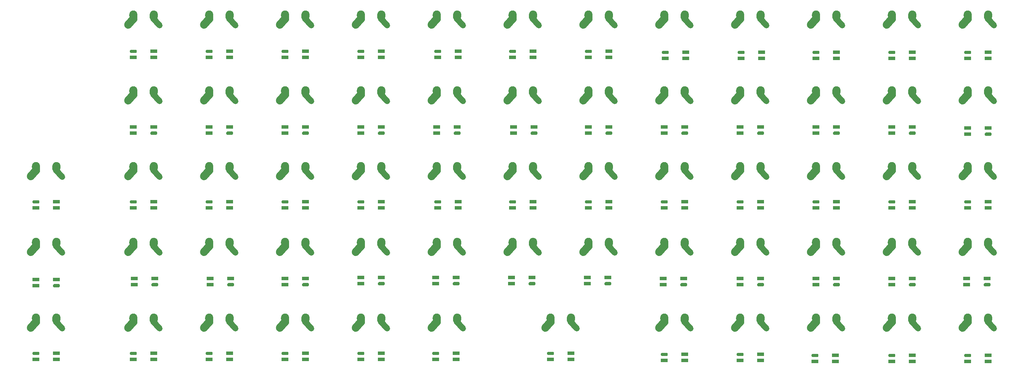
<source format=gbr>
%TF.GenerationSoftware,KiCad,Pcbnew,(5.1.6-0-10_14)*%
%TF.CreationDate,2021-11-22T17:38:10+01:00*%
%TF.ProjectId,Mech50-keyboard,4d656368-3530-42d6-9b65-79626f617264,rev?*%
%TF.SameCoordinates,Original*%
%TF.FileFunction,Paste,Bot*%
%TF.FilePolarity,Positive*%
%FSLAX46Y46*%
G04 Gerber Fmt 4.6, Leading zero omitted, Abs format (unit mm)*
G04 Created by KiCad (PCBNEW (5.1.6-0-10_14)) date 2021-11-22 17:38:10*
%MOMM*%
%LPD*%
G01*
G04 APERTURE LIST*
%ADD10R,1.700000X0.820000*%
G04 APERTURE END LIST*
%TO.C,RGB-61*%
G36*
G01*
X294464000Y-140523000D02*
X294464000Y-140933000D01*
G75*
G02*
X294259000Y-141138000I-205000J0D01*
G01*
X292969000Y-141138000D01*
G75*
G02*
X292764000Y-140933000I0J205000D01*
G01*
X292764000Y-140523000D01*
G75*
G02*
X292969000Y-140318000I205000J0D01*
G01*
X294259000Y-140318000D01*
G75*
G02*
X294464000Y-140523000I0J-205000D01*
G01*
G37*
D10*
X293614000Y-142228000D03*
X298714000Y-140728000D03*
X298714000Y-142228000D03*
%TD*%
%TO.C,RGB-60*%
G36*
G01*
X275668000Y-140523000D02*
X275668000Y-140933000D01*
G75*
G02*
X275463000Y-141138000I-205000J0D01*
G01*
X274173000Y-141138000D01*
G75*
G02*
X273968000Y-140933000I0J205000D01*
G01*
X273968000Y-140523000D01*
G75*
G02*
X274173000Y-140318000I205000J0D01*
G01*
X275463000Y-140318000D01*
G75*
G02*
X275668000Y-140523000I0J-205000D01*
G01*
G37*
X274818000Y-142228000D03*
X279918000Y-140728000D03*
X279918000Y-142228000D03*
%TD*%
%TO.C,RGB-59*%
G36*
G01*
X256618000Y-140523000D02*
X256618000Y-140933000D01*
G75*
G02*
X256413000Y-141138000I-205000J0D01*
G01*
X255123000Y-141138000D01*
G75*
G02*
X254918000Y-140933000I0J205000D01*
G01*
X254918000Y-140523000D01*
G75*
G02*
X255123000Y-140318000I205000J0D01*
G01*
X256413000Y-140318000D01*
G75*
G02*
X256618000Y-140523000I0J-205000D01*
G01*
G37*
X255768000Y-142228000D03*
X260868000Y-140728000D03*
X260868000Y-142228000D03*
%TD*%
%TO.C,RGB-58*%
G36*
G01*
X238076000Y-140269000D02*
X238076000Y-140679000D01*
G75*
G02*
X237871000Y-140884000I-205000J0D01*
G01*
X236581000Y-140884000D01*
G75*
G02*
X236376000Y-140679000I0J205000D01*
G01*
X236376000Y-140269000D01*
G75*
G02*
X236581000Y-140064000I205000J0D01*
G01*
X237871000Y-140064000D01*
G75*
G02*
X238076000Y-140269000I0J-205000D01*
G01*
G37*
X237226000Y-141974000D03*
X242326000Y-140474000D03*
X242326000Y-141974000D03*
%TD*%
%TO.C,RGB-57*%
G36*
G01*
X219280000Y-140269000D02*
X219280000Y-140679000D01*
G75*
G02*
X219075000Y-140884000I-205000J0D01*
G01*
X217785000Y-140884000D01*
G75*
G02*
X217580000Y-140679000I0J205000D01*
G01*
X217580000Y-140269000D01*
G75*
G02*
X217785000Y-140064000I205000J0D01*
G01*
X219075000Y-140064000D01*
G75*
G02*
X219280000Y-140269000I0J-205000D01*
G01*
G37*
X218430000Y-141974000D03*
X223530000Y-140474000D03*
X223530000Y-141974000D03*
%TD*%
%TO.C,RGB-56*%
G36*
G01*
X191086000Y-140015000D02*
X191086000Y-140425000D01*
G75*
G02*
X190881000Y-140630000I-205000J0D01*
G01*
X189591000Y-140630000D01*
G75*
G02*
X189386000Y-140425000I0J205000D01*
G01*
X189386000Y-140015000D01*
G75*
G02*
X189591000Y-139810000I205000J0D01*
G01*
X190881000Y-139810000D01*
G75*
G02*
X191086000Y-140015000I0J-205000D01*
G01*
G37*
X190236000Y-141720000D03*
X195336000Y-140220000D03*
X195336000Y-141720000D03*
%TD*%
%TO.C,RGB-55*%
G36*
G01*
X162638000Y-140015000D02*
X162638000Y-140425000D01*
G75*
G02*
X162433000Y-140630000I-205000J0D01*
G01*
X161143000Y-140630000D01*
G75*
G02*
X160938000Y-140425000I0J205000D01*
G01*
X160938000Y-140015000D01*
G75*
G02*
X161143000Y-139810000I205000J0D01*
G01*
X162433000Y-139810000D01*
G75*
G02*
X162638000Y-140015000I0J-205000D01*
G01*
G37*
X161788000Y-141720000D03*
X166888000Y-140220000D03*
X166888000Y-141720000D03*
%TD*%
%TO.C,RGB-54*%
G36*
G01*
X144096000Y-140015000D02*
X144096000Y-140425000D01*
G75*
G02*
X143891000Y-140630000I-205000J0D01*
G01*
X142601000Y-140630000D01*
G75*
G02*
X142396000Y-140425000I0J205000D01*
G01*
X142396000Y-140015000D01*
G75*
G02*
X142601000Y-139810000I205000J0D01*
G01*
X143891000Y-139810000D01*
G75*
G02*
X144096000Y-140015000I0J-205000D01*
G01*
G37*
X143246000Y-141720000D03*
X148346000Y-140220000D03*
X148346000Y-141720000D03*
%TD*%
%TO.C,RGB-53*%
G36*
G01*
X125300000Y-140015000D02*
X125300000Y-140425000D01*
G75*
G02*
X125095000Y-140630000I-205000J0D01*
G01*
X123805000Y-140630000D01*
G75*
G02*
X123600000Y-140425000I0J205000D01*
G01*
X123600000Y-140015000D01*
G75*
G02*
X123805000Y-139810000I205000J0D01*
G01*
X125095000Y-139810000D01*
G75*
G02*
X125300000Y-140015000I0J-205000D01*
G01*
G37*
X124450000Y-141720000D03*
X129550000Y-140220000D03*
X129550000Y-141720000D03*
%TD*%
%TO.C,RGB-52*%
G36*
G01*
X106504000Y-140015000D02*
X106504000Y-140425000D01*
G75*
G02*
X106299000Y-140630000I-205000J0D01*
G01*
X105009000Y-140630000D01*
G75*
G02*
X104804000Y-140425000I0J205000D01*
G01*
X104804000Y-140015000D01*
G75*
G02*
X105009000Y-139810000I205000J0D01*
G01*
X106299000Y-139810000D01*
G75*
G02*
X106504000Y-140015000I0J-205000D01*
G01*
G37*
X105654000Y-141720000D03*
X110754000Y-140220000D03*
X110754000Y-141720000D03*
%TD*%
%TO.C,RGB-51*%
G36*
G01*
X87708000Y-140015000D02*
X87708000Y-140425000D01*
G75*
G02*
X87503000Y-140630000I-205000J0D01*
G01*
X86213000Y-140630000D01*
G75*
G02*
X86008000Y-140425000I0J205000D01*
G01*
X86008000Y-140015000D01*
G75*
G02*
X86213000Y-139810000I205000J0D01*
G01*
X87503000Y-139810000D01*
G75*
G02*
X87708000Y-140015000I0J-205000D01*
G01*
G37*
X86858000Y-141720000D03*
X91958000Y-140220000D03*
X91958000Y-141720000D03*
%TD*%
%TO.C,RGB-50*%
G36*
G01*
X63578000Y-140015000D02*
X63578000Y-140425000D01*
G75*
G02*
X63373000Y-140630000I-205000J0D01*
G01*
X62083000Y-140630000D01*
G75*
G02*
X61878000Y-140425000I0J205000D01*
G01*
X61878000Y-140015000D01*
G75*
G02*
X62083000Y-139810000I205000J0D01*
G01*
X63373000Y-139810000D01*
G75*
G02*
X63578000Y-140015000I0J-205000D01*
G01*
G37*
X62728000Y-141720000D03*
X67828000Y-140220000D03*
X67828000Y-141720000D03*
%TD*%
%TO.C,RGB-49*%
G36*
G01*
X66978000Y-123637000D02*
X66978000Y-123227000D01*
G75*
G02*
X67183000Y-123022000I205000J0D01*
G01*
X68473000Y-123022000D01*
G75*
G02*
X68678000Y-123227000I0J-205000D01*
G01*
X68678000Y-123637000D01*
G75*
G02*
X68473000Y-123842000I-205000J0D01*
G01*
X67183000Y-123842000D01*
G75*
G02*
X66978000Y-123637000I0J205000D01*
G01*
G37*
X67828000Y-121932000D03*
X62728000Y-123432000D03*
X62728000Y-121932000D03*
%TD*%
%TO.C,RGB-48*%
G36*
G01*
X91362000Y-123383000D02*
X91362000Y-122973000D01*
G75*
G02*
X91567000Y-122768000I205000J0D01*
G01*
X92857000Y-122768000D01*
G75*
G02*
X93062000Y-122973000I0J-205000D01*
G01*
X93062000Y-123383000D01*
G75*
G02*
X92857000Y-123588000I-205000J0D01*
G01*
X91567000Y-123588000D01*
G75*
G02*
X91362000Y-123383000I0J205000D01*
G01*
G37*
X92212000Y-121678000D03*
X87112000Y-123178000D03*
X87112000Y-121678000D03*
%TD*%
%TO.C,RGB-47*%
G36*
G01*
X110158000Y-123383000D02*
X110158000Y-122973000D01*
G75*
G02*
X110363000Y-122768000I205000J0D01*
G01*
X111653000Y-122768000D01*
G75*
G02*
X111858000Y-122973000I0J-205000D01*
G01*
X111858000Y-123383000D01*
G75*
G02*
X111653000Y-123588000I-205000J0D01*
G01*
X110363000Y-123588000D01*
G75*
G02*
X110158000Y-123383000I0J205000D01*
G01*
G37*
X111008000Y-121678000D03*
X105908000Y-123178000D03*
X105908000Y-121678000D03*
%TD*%
%TO.C,RGB-46*%
G36*
G01*
X128700000Y-123383000D02*
X128700000Y-122973000D01*
G75*
G02*
X128905000Y-122768000I205000J0D01*
G01*
X130195000Y-122768000D01*
G75*
G02*
X130400000Y-122973000I0J-205000D01*
G01*
X130400000Y-123383000D01*
G75*
G02*
X130195000Y-123588000I-205000J0D01*
G01*
X128905000Y-123588000D01*
G75*
G02*
X128700000Y-123383000I0J205000D01*
G01*
G37*
X129550000Y-121678000D03*
X124450000Y-123178000D03*
X124450000Y-121678000D03*
%TD*%
%TO.C,RGB-45*%
G36*
G01*
X147496000Y-123129000D02*
X147496000Y-122719000D01*
G75*
G02*
X147701000Y-122514000I205000J0D01*
G01*
X148991000Y-122514000D01*
G75*
G02*
X149196000Y-122719000I0J-205000D01*
G01*
X149196000Y-123129000D01*
G75*
G02*
X148991000Y-123334000I-205000J0D01*
G01*
X147701000Y-123334000D01*
G75*
G02*
X147496000Y-123129000I0J205000D01*
G01*
G37*
X148346000Y-121424000D03*
X143246000Y-122924000D03*
X143246000Y-121424000D03*
%TD*%
%TO.C,RGB-44*%
G36*
G01*
X166038000Y-123129000D02*
X166038000Y-122719000D01*
G75*
G02*
X166243000Y-122514000I205000J0D01*
G01*
X167533000Y-122514000D01*
G75*
G02*
X167738000Y-122719000I0J-205000D01*
G01*
X167738000Y-123129000D01*
G75*
G02*
X167533000Y-123334000I-205000J0D01*
G01*
X166243000Y-123334000D01*
G75*
G02*
X166038000Y-123129000I0J205000D01*
G01*
G37*
X166888000Y-121424000D03*
X161788000Y-122924000D03*
X161788000Y-121424000D03*
%TD*%
%TO.C,RGB-43*%
G36*
G01*
X184834000Y-123129000D02*
X184834000Y-122719000D01*
G75*
G02*
X185039000Y-122514000I205000J0D01*
G01*
X186329000Y-122514000D01*
G75*
G02*
X186534000Y-122719000I0J-205000D01*
G01*
X186534000Y-123129000D01*
G75*
G02*
X186329000Y-123334000I-205000J0D01*
G01*
X185039000Y-123334000D01*
G75*
G02*
X184834000Y-123129000I0J205000D01*
G01*
G37*
X185684000Y-121424000D03*
X180584000Y-122924000D03*
X180584000Y-121424000D03*
%TD*%
%TO.C,RGB-42*%
G36*
G01*
X203630000Y-123129000D02*
X203630000Y-122719000D01*
G75*
G02*
X203835000Y-122514000I205000J0D01*
G01*
X205125000Y-122514000D01*
G75*
G02*
X205330000Y-122719000I0J-205000D01*
G01*
X205330000Y-123129000D01*
G75*
G02*
X205125000Y-123334000I-205000J0D01*
G01*
X203835000Y-123334000D01*
G75*
G02*
X203630000Y-123129000I0J205000D01*
G01*
G37*
X204480000Y-121424000D03*
X199380000Y-122924000D03*
X199380000Y-121424000D03*
%TD*%
%TO.C,RGB-41*%
G36*
G01*
X222426000Y-123383000D02*
X222426000Y-122973000D01*
G75*
G02*
X222631000Y-122768000I205000J0D01*
G01*
X223921000Y-122768000D01*
G75*
G02*
X224126000Y-122973000I0J-205000D01*
G01*
X224126000Y-123383000D01*
G75*
G02*
X223921000Y-123588000I-205000J0D01*
G01*
X222631000Y-123588000D01*
G75*
G02*
X222426000Y-123383000I0J205000D01*
G01*
G37*
X223276000Y-121678000D03*
X218176000Y-123178000D03*
X218176000Y-121678000D03*
%TD*%
%TO.C,RGB-40*%
G36*
G01*
X241476000Y-123383000D02*
X241476000Y-122973000D01*
G75*
G02*
X241681000Y-122768000I205000J0D01*
G01*
X242971000Y-122768000D01*
G75*
G02*
X243176000Y-122973000I0J-205000D01*
G01*
X243176000Y-123383000D01*
G75*
G02*
X242971000Y-123588000I-205000J0D01*
G01*
X241681000Y-123588000D01*
G75*
G02*
X241476000Y-123383000I0J205000D01*
G01*
G37*
X242326000Y-121678000D03*
X237226000Y-123178000D03*
X237226000Y-121678000D03*
%TD*%
%TO.C,RGB-39*%
G36*
G01*
X260272000Y-123383000D02*
X260272000Y-122973000D01*
G75*
G02*
X260477000Y-122768000I205000J0D01*
G01*
X261767000Y-122768000D01*
G75*
G02*
X261972000Y-122973000I0J-205000D01*
G01*
X261972000Y-123383000D01*
G75*
G02*
X261767000Y-123588000I-205000J0D01*
G01*
X260477000Y-123588000D01*
G75*
G02*
X260272000Y-123383000I0J205000D01*
G01*
G37*
X261122000Y-121678000D03*
X256022000Y-123178000D03*
X256022000Y-121678000D03*
%TD*%
%TO.C,RGB-38*%
G36*
G01*
X279068000Y-123383000D02*
X279068000Y-122973000D01*
G75*
G02*
X279273000Y-122768000I205000J0D01*
G01*
X280563000Y-122768000D01*
G75*
G02*
X280768000Y-122973000I0J-205000D01*
G01*
X280768000Y-123383000D01*
G75*
G02*
X280563000Y-123588000I-205000J0D01*
G01*
X279273000Y-123588000D01*
G75*
G02*
X279068000Y-123383000I0J205000D01*
G01*
G37*
X279918000Y-121678000D03*
X274818000Y-123178000D03*
X274818000Y-121678000D03*
%TD*%
%TO.C,RGB-37*%
G36*
G01*
X297610000Y-123383000D02*
X297610000Y-122973000D01*
G75*
G02*
X297815000Y-122768000I205000J0D01*
G01*
X299105000Y-122768000D01*
G75*
G02*
X299310000Y-122973000I0J-205000D01*
G01*
X299310000Y-123383000D01*
G75*
G02*
X299105000Y-123588000I-205000J0D01*
G01*
X297815000Y-123588000D01*
G75*
G02*
X297610000Y-123383000I0J205000D01*
G01*
G37*
X298460000Y-121678000D03*
X293360000Y-123178000D03*
X293360000Y-121678000D03*
%TD*%
%TO.C,RGB-36*%
G36*
G01*
X294464000Y-102423000D02*
X294464000Y-102833000D01*
G75*
G02*
X294259000Y-103038000I-205000J0D01*
G01*
X292969000Y-103038000D01*
G75*
G02*
X292764000Y-102833000I0J205000D01*
G01*
X292764000Y-102423000D01*
G75*
G02*
X292969000Y-102218000I205000J0D01*
G01*
X294259000Y-102218000D01*
G75*
G02*
X294464000Y-102423000I0J-205000D01*
G01*
G37*
X293614000Y-104128000D03*
X298714000Y-102628000D03*
X298714000Y-104128000D03*
%TD*%
%TO.C,RGB-35*%
G36*
G01*
X275668000Y-102423000D02*
X275668000Y-102833000D01*
G75*
G02*
X275463000Y-103038000I-205000J0D01*
G01*
X274173000Y-103038000D01*
G75*
G02*
X273968000Y-102833000I0J205000D01*
G01*
X273968000Y-102423000D01*
G75*
G02*
X274173000Y-102218000I205000J0D01*
G01*
X275463000Y-102218000D01*
G75*
G02*
X275668000Y-102423000I0J-205000D01*
G01*
G37*
X274818000Y-104128000D03*
X279918000Y-102628000D03*
X279918000Y-104128000D03*
%TD*%
%TO.C,RGB-34*%
G36*
G01*
X256872000Y-102423000D02*
X256872000Y-102833000D01*
G75*
G02*
X256667000Y-103038000I-205000J0D01*
G01*
X255377000Y-103038000D01*
G75*
G02*
X255172000Y-102833000I0J205000D01*
G01*
X255172000Y-102423000D01*
G75*
G02*
X255377000Y-102218000I205000J0D01*
G01*
X256667000Y-102218000D01*
G75*
G02*
X256872000Y-102423000I0J-205000D01*
G01*
G37*
X256022000Y-104128000D03*
X261122000Y-102628000D03*
X261122000Y-104128000D03*
%TD*%
%TO.C,RGB-33*%
G36*
G01*
X238076000Y-102423000D02*
X238076000Y-102833000D01*
G75*
G02*
X237871000Y-103038000I-205000J0D01*
G01*
X236581000Y-103038000D01*
G75*
G02*
X236376000Y-102833000I0J205000D01*
G01*
X236376000Y-102423000D01*
G75*
G02*
X236581000Y-102218000I205000J0D01*
G01*
X237871000Y-102218000D01*
G75*
G02*
X238076000Y-102423000I0J-205000D01*
G01*
G37*
X237226000Y-104128000D03*
X242326000Y-102628000D03*
X242326000Y-104128000D03*
%TD*%
%TO.C,RGB-32*%
G36*
G01*
X219280000Y-102423000D02*
X219280000Y-102833000D01*
G75*
G02*
X219075000Y-103038000I-205000J0D01*
G01*
X217785000Y-103038000D01*
G75*
G02*
X217580000Y-102833000I0J205000D01*
G01*
X217580000Y-102423000D01*
G75*
G02*
X217785000Y-102218000I205000J0D01*
G01*
X219075000Y-102218000D01*
G75*
G02*
X219280000Y-102423000I0J-205000D01*
G01*
G37*
X218430000Y-104128000D03*
X223530000Y-102628000D03*
X223530000Y-104128000D03*
%TD*%
%TO.C,RGB-31*%
G36*
G01*
X200484000Y-102423000D02*
X200484000Y-102833000D01*
G75*
G02*
X200279000Y-103038000I-205000J0D01*
G01*
X198989000Y-103038000D01*
G75*
G02*
X198784000Y-102833000I0J205000D01*
G01*
X198784000Y-102423000D01*
G75*
G02*
X198989000Y-102218000I205000J0D01*
G01*
X200279000Y-102218000D01*
G75*
G02*
X200484000Y-102423000I0J-205000D01*
G01*
G37*
X199634000Y-104128000D03*
X204734000Y-102628000D03*
X204734000Y-104128000D03*
%TD*%
%TO.C,RGB-30*%
G36*
G01*
X181688000Y-102423000D02*
X181688000Y-102833000D01*
G75*
G02*
X181483000Y-103038000I-205000J0D01*
G01*
X180193000Y-103038000D01*
G75*
G02*
X179988000Y-102833000I0J205000D01*
G01*
X179988000Y-102423000D01*
G75*
G02*
X180193000Y-102218000I205000J0D01*
G01*
X181483000Y-102218000D01*
G75*
G02*
X181688000Y-102423000I0J-205000D01*
G01*
G37*
X180838000Y-104128000D03*
X185938000Y-102628000D03*
X185938000Y-104128000D03*
%TD*%
%TO.C,RGB-29*%
G36*
G01*
X163146000Y-102423000D02*
X163146000Y-102833000D01*
G75*
G02*
X162941000Y-103038000I-205000J0D01*
G01*
X161651000Y-103038000D01*
G75*
G02*
X161446000Y-102833000I0J205000D01*
G01*
X161446000Y-102423000D01*
G75*
G02*
X161651000Y-102218000I205000J0D01*
G01*
X162941000Y-102218000D01*
G75*
G02*
X163146000Y-102423000I0J-205000D01*
G01*
G37*
X162296000Y-104128000D03*
X167396000Y-102628000D03*
X167396000Y-104128000D03*
%TD*%
%TO.C,RGB-28*%
G36*
G01*
X144096000Y-102423000D02*
X144096000Y-102833000D01*
G75*
G02*
X143891000Y-103038000I-205000J0D01*
G01*
X142601000Y-103038000D01*
G75*
G02*
X142396000Y-102833000I0J205000D01*
G01*
X142396000Y-102423000D01*
G75*
G02*
X142601000Y-102218000I205000J0D01*
G01*
X143891000Y-102218000D01*
G75*
G02*
X144096000Y-102423000I0J-205000D01*
G01*
G37*
X143246000Y-104128000D03*
X148346000Y-102628000D03*
X148346000Y-104128000D03*
%TD*%
%TO.C,RGB-27*%
G36*
G01*
X125300000Y-102423000D02*
X125300000Y-102833000D01*
G75*
G02*
X125095000Y-103038000I-205000J0D01*
G01*
X123805000Y-103038000D01*
G75*
G02*
X123600000Y-102833000I0J205000D01*
G01*
X123600000Y-102423000D01*
G75*
G02*
X123805000Y-102218000I205000J0D01*
G01*
X125095000Y-102218000D01*
G75*
G02*
X125300000Y-102423000I0J-205000D01*
G01*
G37*
X124450000Y-104128000D03*
X129550000Y-102628000D03*
X129550000Y-104128000D03*
%TD*%
%TO.C,RGB-26*%
G36*
G01*
X106504000Y-102423000D02*
X106504000Y-102833000D01*
G75*
G02*
X106299000Y-103038000I-205000J0D01*
G01*
X105009000Y-103038000D01*
G75*
G02*
X104804000Y-102833000I0J205000D01*
G01*
X104804000Y-102423000D01*
G75*
G02*
X105009000Y-102218000I205000J0D01*
G01*
X106299000Y-102218000D01*
G75*
G02*
X106504000Y-102423000I0J-205000D01*
G01*
G37*
X105654000Y-104128000D03*
X110754000Y-102628000D03*
X110754000Y-104128000D03*
%TD*%
%TO.C,RGB-25*%
G36*
G01*
X87708000Y-102423000D02*
X87708000Y-102833000D01*
G75*
G02*
X87503000Y-103038000I-205000J0D01*
G01*
X86213000Y-103038000D01*
G75*
G02*
X86008000Y-102833000I0J205000D01*
G01*
X86008000Y-102423000D01*
G75*
G02*
X86213000Y-102218000I205000J0D01*
G01*
X87503000Y-102218000D01*
G75*
G02*
X87708000Y-102423000I0J-205000D01*
G01*
G37*
X86858000Y-104128000D03*
X91958000Y-102628000D03*
X91958000Y-104128000D03*
%TD*%
%TO.C,RGB-24*%
G36*
G01*
X63578000Y-102423000D02*
X63578000Y-102833000D01*
G75*
G02*
X63373000Y-103038000I-205000J0D01*
G01*
X62083000Y-103038000D01*
G75*
G02*
X61878000Y-102833000I0J205000D01*
G01*
X61878000Y-102423000D01*
G75*
G02*
X62083000Y-102218000I205000J0D01*
G01*
X63373000Y-102218000D01*
G75*
G02*
X63578000Y-102423000I0J-205000D01*
G01*
G37*
X62728000Y-104128000D03*
X67828000Y-102628000D03*
X67828000Y-104128000D03*
%TD*%
%TO.C,RGB-23*%
G36*
G01*
X91108000Y-85791000D02*
X91108000Y-85381000D01*
G75*
G02*
X91313000Y-85176000I205000J0D01*
G01*
X92603000Y-85176000D01*
G75*
G02*
X92808000Y-85381000I0J-205000D01*
G01*
X92808000Y-85791000D01*
G75*
G02*
X92603000Y-85996000I-205000J0D01*
G01*
X91313000Y-85996000D01*
G75*
G02*
X91108000Y-85791000I0J205000D01*
G01*
G37*
X91958000Y-84086000D03*
X86858000Y-85586000D03*
X86858000Y-84086000D03*
%TD*%
%TO.C,RGB-22*%
G36*
G01*
X109904000Y-85791000D02*
X109904000Y-85381000D01*
G75*
G02*
X110109000Y-85176000I205000J0D01*
G01*
X111399000Y-85176000D01*
G75*
G02*
X111604000Y-85381000I0J-205000D01*
G01*
X111604000Y-85791000D01*
G75*
G02*
X111399000Y-85996000I-205000J0D01*
G01*
X110109000Y-85996000D01*
G75*
G02*
X109904000Y-85791000I0J205000D01*
G01*
G37*
X110754000Y-84086000D03*
X105654000Y-85586000D03*
X105654000Y-84086000D03*
%TD*%
%TO.C,RGB-21*%
G36*
G01*
X128700000Y-85791000D02*
X128700000Y-85381000D01*
G75*
G02*
X128905000Y-85176000I205000J0D01*
G01*
X130195000Y-85176000D01*
G75*
G02*
X130400000Y-85381000I0J-205000D01*
G01*
X130400000Y-85791000D01*
G75*
G02*
X130195000Y-85996000I-205000J0D01*
G01*
X128905000Y-85996000D01*
G75*
G02*
X128700000Y-85791000I0J205000D01*
G01*
G37*
X129550000Y-84086000D03*
X124450000Y-85586000D03*
X124450000Y-84086000D03*
%TD*%
%TO.C,RGB-20*%
G36*
G01*
X147496000Y-85791000D02*
X147496000Y-85381000D01*
G75*
G02*
X147701000Y-85176000I205000J0D01*
G01*
X148991000Y-85176000D01*
G75*
G02*
X149196000Y-85381000I0J-205000D01*
G01*
X149196000Y-85791000D01*
G75*
G02*
X148991000Y-85996000I-205000J0D01*
G01*
X147701000Y-85996000D01*
G75*
G02*
X147496000Y-85791000I0J205000D01*
G01*
G37*
X148346000Y-84086000D03*
X143246000Y-85586000D03*
X143246000Y-84086000D03*
%TD*%
%TO.C,RGB-19*%
G36*
G01*
X166292000Y-85791000D02*
X166292000Y-85381000D01*
G75*
G02*
X166497000Y-85176000I205000J0D01*
G01*
X167787000Y-85176000D01*
G75*
G02*
X167992000Y-85381000I0J-205000D01*
G01*
X167992000Y-85791000D01*
G75*
G02*
X167787000Y-85996000I-205000J0D01*
G01*
X166497000Y-85996000D01*
G75*
G02*
X166292000Y-85791000I0J205000D01*
G01*
G37*
X167142000Y-84086000D03*
X162042000Y-85586000D03*
X162042000Y-84086000D03*
%TD*%
%TO.C,RGB-18*%
G36*
G01*
X185342000Y-85791000D02*
X185342000Y-85381000D01*
G75*
G02*
X185547000Y-85176000I205000J0D01*
G01*
X186837000Y-85176000D01*
G75*
G02*
X187042000Y-85381000I0J-205000D01*
G01*
X187042000Y-85791000D01*
G75*
G02*
X186837000Y-85996000I-205000J0D01*
G01*
X185547000Y-85996000D01*
G75*
G02*
X185342000Y-85791000I0J205000D01*
G01*
G37*
X186192000Y-84086000D03*
X181092000Y-85586000D03*
X181092000Y-84086000D03*
%TD*%
%TO.C,RGB-17*%
G36*
G01*
X203884000Y-85791000D02*
X203884000Y-85381000D01*
G75*
G02*
X204089000Y-85176000I205000J0D01*
G01*
X205379000Y-85176000D01*
G75*
G02*
X205584000Y-85381000I0J-205000D01*
G01*
X205584000Y-85791000D01*
G75*
G02*
X205379000Y-85996000I-205000J0D01*
G01*
X204089000Y-85996000D01*
G75*
G02*
X203884000Y-85791000I0J205000D01*
G01*
G37*
X204734000Y-84086000D03*
X199634000Y-85586000D03*
X199634000Y-84086000D03*
%TD*%
%TO.C,RGB-16*%
G36*
G01*
X222680000Y-85791000D02*
X222680000Y-85381000D01*
G75*
G02*
X222885000Y-85176000I205000J0D01*
G01*
X224175000Y-85176000D01*
G75*
G02*
X224380000Y-85381000I0J-205000D01*
G01*
X224380000Y-85791000D01*
G75*
G02*
X224175000Y-85996000I-205000J0D01*
G01*
X222885000Y-85996000D01*
G75*
G02*
X222680000Y-85791000I0J205000D01*
G01*
G37*
X223530000Y-84086000D03*
X218430000Y-85586000D03*
X218430000Y-84086000D03*
%TD*%
%TO.C,RGB-15*%
G36*
G01*
X241476000Y-85791000D02*
X241476000Y-85381000D01*
G75*
G02*
X241681000Y-85176000I205000J0D01*
G01*
X242971000Y-85176000D01*
G75*
G02*
X243176000Y-85381000I0J-205000D01*
G01*
X243176000Y-85791000D01*
G75*
G02*
X242971000Y-85996000I-205000J0D01*
G01*
X241681000Y-85996000D01*
G75*
G02*
X241476000Y-85791000I0J205000D01*
G01*
G37*
X242326000Y-84086000D03*
X237226000Y-85586000D03*
X237226000Y-84086000D03*
%TD*%
%TO.C,RGB-14*%
G36*
G01*
X260272000Y-85791000D02*
X260272000Y-85381000D01*
G75*
G02*
X260477000Y-85176000I205000J0D01*
G01*
X261767000Y-85176000D01*
G75*
G02*
X261972000Y-85381000I0J-205000D01*
G01*
X261972000Y-85791000D01*
G75*
G02*
X261767000Y-85996000I-205000J0D01*
G01*
X260477000Y-85996000D01*
G75*
G02*
X260272000Y-85791000I0J205000D01*
G01*
G37*
X261122000Y-84086000D03*
X256022000Y-85586000D03*
X256022000Y-84086000D03*
%TD*%
%TO.C,RGB-13*%
G36*
G01*
X279068000Y-85791000D02*
X279068000Y-85381000D01*
G75*
G02*
X279273000Y-85176000I205000J0D01*
G01*
X280563000Y-85176000D01*
G75*
G02*
X280768000Y-85381000I0J-205000D01*
G01*
X280768000Y-85791000D01*
G75*
G02*
X280563000Y-85996000I-205000J0D01*
G01*
X279273000Y-85996000D01*
G75*
G02*
X279068000Y-85791000I0J205000D01*
G01*
G37*
X279918000Y-84086000D03*
X274818000Y-85586000D03*
X274818000Y-84086000D03*
%TD*%
%TO.C,RGB-12*%
G36*
G01*
X297864000Y-86045000D02*
X297864000Y-85635000D01*
G75*
G02*
X298069000Y-85430000I205000J0D01*
G01*
X299359000Y-85430000D01*
G75*
G02*
X299564000Y-85635000I0J-205000D01*
G01*
X299564000Y-86045000D01*
G75*
G02*
X299359000Y-86250000I-205000J0D01*
G01*
X298069000Y-86250000D01*
G75*
G02*
X297864000Y-86045000I0J205000D01*
G01*
G37*
X298714000Y-84340000D03*
X293614000Y-85840000D03*
X293614000Y-84340000D03*
%TD*%
%TO.C,S-E12*%
G36*
G01*
X297666370Y-131829201D02*
X297706368Y-131249201D01*
G75*
G02*
X298772798Y-130320369I997631J-68799D01*
G01*
X298772798Y-130320369D01*
G75*
G02*
X299701630Y-131386799I-68799J-997631D01*
G01*
X299661632Y-131966799D01*
G75*
G02*
X298595202Y-132895631I-997631J68799D01*
G01*
X298595202Y-132895631D01*
G75*
G02*
X297666370Y-131829201I68799J997631D01*
G01*
G37*
G36*
G01*
X292666369Y-131966799D02*
X292626370Y-131386799D01*
G75*
G02*
X293555202Y-130320369I997631J68799D01*
G01*
X293555202Y-130320369D01*
G75*
G02*
X294621632Y-131249201I68799J-997631D01*
G01*
X294661630Y-131829201D01*
G75*
G02*
X293732798Y-132895631I-997631J-68799D01*
G01*
X293732798Y-132895631D01*
G75*
G02*
X292666368Y-131966799I-68799J997631D01*
G01*
G37*
G36*
G01*
X294408307Y-133065828D02*
X293098317Y-134525837D01*
G75*
G02*
X291686172Y-134602316I-744312J667833D01*
G01*
X291686172Y-134602316D01*
G75*
G02*
X291609693Y-133190171I667833J744312D01*
G01*
X292919683Y-131730163D01*
G75*
G02*
X294331828Y-131653684I744312J-667833D01*
G01*
X294331828Y-131653684D01*
G75*
G02*
X294408307Y-133065829I-667833J-744312D01*
G01*
G37*
G36*
G01*
X299055280Y-131711043D02*
X300699188Y-133543208D01*
G75*
G02*
X300641828Y-134602316I-558234J-500874D01*
G01*
X300641828Y-134602316D01*
G75*
G02*
X299582720Y-134544956I-500874J558234D01*
G01*
X297938812Y-132712792D01*
G75*
G02*
X297996172Y-131653684I558234J500874D01*
G01*
X297996172Y-131653684D01*
G75*
G02*
X299055280Y-131711044I500874J-558234D01*
G01*
G37*
%TD*%
%TO.C,S-E6*%
G36*
G01*
X195677280Y-131711043D02*
X197321188Y-133543208D01*
G75*
G02*
X197263828Y-134602316I-558234J-500874D01*
G01*
X197263828Y-134602316D01*
G75*
G02*
X196204720Y-134544956I-500874J558234D01*
G01*
X194560812Y-132712792D01*
G75*
G02*
X194618172Y-131653684I558234J500874D01*
G01*
X194618172Y-131653684D01*
G75*
G02*
X195677280Y-131711044I500874J-558234D01*
G01*
G37*
G36*
G01*
X194288544Y-131830001D02*
X194328087Y-131249969D01*
G75*
G02*
X195393786Y-130320300I997684J-68015D01*
G01*
X195393786Y-130320300D01*
G75*
G02*
X196323455Y-131385999I-68015J-997684D01*
G01*
X196283913Y-131966031D01*
G75*
G02*
X195218214Y-132895700I-997684J68015D01*
G01*
X195218214Y-132895700D01*
G75*
G02*
X194288545Y-131830001I68015J997684D01*
G01*
G37*
G36*
G01*
X191030307Y-133065828D02*
X189720317Y-134525837D01*
G75*
G02*
X188308172Y-134602316I-744312J667833D01*
G01*
X188308172Y-134602316D01*
G75*
G02*
X188231693Y-133190171I667833J744312D01*
G01*
X189541683Y-131730163D01*
G75*
G02*
X190953828Y-131653684I744312J-667833D01*
G01*
X190953828Y-131653684D01*
G75*
G02*
X191030307Y-133065829I-667833J-744312D01*
G01*
G37*
G36*
G01*
X189288040Y-131965344D02*
X189248592Y-131386687D01*
G75*
G02*
X190178261Y-130320988I997684J68015D01*
G01*
X190178261Y-130320988D01*
G75*
G02*
X191243960Y-131250657I68015J-997684D01*
G01*
X191283408Y-131829313D01*
G75*
G02*
X190353739Y-132895012I-997684J-68015D01*
G01*
X190353739Y-132895012D01*
G75*
G02*
X189288040Y-131965343I-68015J997684D01*
G01*
G37*
%TD*%
%TO.C,S-A0*%
G36*
G01*
X90910370Y-56645201D02*
X90950368Y-56065201D01*
G75*
G02*
X92016798Y-55136369I997631J-68799D01*
G01*
X92016798Y-55136369D01*
G75*
G02*
X92945630Y-56202799I-68799J-997631D01*
G01*
X92905632Y-56782799D01*
G75*
G02*
X91839202Y-57711631I-997631J68799D01*
G01*
X91839202Y-57711631D01*
G75*
G02*
X90910370Y-56645201I68799J997631D01*
G01*
G37*
G36*
G01*
X85910369Y-56782799D02*
X85870370Y-56202799D01*
G75*
G02*
X86799202Y-55136369I997631J68799D01*
G01*
X86799202Y-55136369D01*
G75*
G02*
X87865632Y-56065201I68799J-997631D01*
G01*
X87905630Y-56645201D01*
G75*
G02*
X86976798Y-57711631I-997631J-68799D01*
G01*
X86976798Y-57711631D01*
G75*
G02*
X85910368Y-56782799I-68799J997631D01*
G01*
G37*
G36*
G01*
X87652307Y-57881828D02*
X86342317Y-59341837D01*
G75*
G02*
X84930172Y-59418316I-744312J667833D01*
G01*
X84930172Y-59418316D01*
G75*
G02*
X84853693Y-58006171I667833J744312D01*
G01*
X86163683Y-56546163D01*
G75*
G02*
X87575828Y-56469684I744312J-667833D01*
G01*
X87575828Y-56469684D01*
G75*
G02*
X87652307Y-57881829I-667833J-744312D01*
G01*
G37*
G36*
G01*
X92299280Y-56527043D02*
X93943188Y-58359208D01*
G75*
G02*
X93885828Y-59418316I-558234J-500874D01*
G01*
X93885828Y-59418316D01*
G75*
G02*
X92826720Y-59360956I-500874J558234D01*
G01*
X91182812Y-57528792D01*
G75*
G02*
X91240172Y-56469684I558234J500874D01*
G01*
X91240172Y-56469684D01*
G75*
G02*
X92299280Y-56527044I500874J-558234D01*
G01*
G37*
%TD*%
%TO.C,S-A1*%
G36*
G01*
X109706370Y-56645201D02*
X109746368Y-56065201D01*
G75*
G02*
X110812798Y-55136369I997631J-68799D01*
G01*
X110812798Y-55136369D01*
G75*
G02*
X111741630Y-56202799I-68799J-997631D01*
G01*
X111701632Y-56782799D01*
G75*
G02*
X110635202Y-57711631I-997631J68799D01*
G01*
X110635202Y-57711631D01*
G75*
G02*
X109706370Y-56645201I68799J997631D01*
G01*
G37*
G36*
G01*
X104706369Y-56782799D02*
X104666370Y-56202799D01*
G75*
G02*
X105595202Y-55136369I997631J68799D01*
G01*
X105595202Y-55136369D01*
G75*
G02*
X106661632Y-56065201I68799J-997631D01*
G01*
X106701630Y-56645201D01*
G75*
G02*
X105772798Y-57711631I-997631J-68799D01*
G01*
X105772798Y-57711631D01*
G75*
G02*
X104706368Y-56782799I-68799J997631D01*
G01*
G37*
G36*
G01*
X106448307Y-57881828D02*
X105138317Y-59341837D01*
G75*
G02*
X103726172Y-59418316I-744312J667833D01*
G01*
X103726172Y-59418316D01*
G75*
G02*
X103649693Y-58006171I667833J744312D01*
G01*
X104959683Y-56546163D01*
G75*
G02*
X106371828Y-56469684I744312J-667833D01*
G01*
X106371828Y-56469684D01*
G75*
G02*
X106448307Y-57881829I-667833J-744312D01*
G01*
G37*
G36*
G01*
X111095280Y-56527043D02*
X112739188Y-58359208D01*
G75*
G02*
X112681828Y-59418316I-558234J-500874D01*
G01*
X112681828Y-59418316D01*
G75*
G02*
X111622720Y-59360956I-500874J558234D01*
G01*
X109978812Y-57528792D01*
G75*
G02*
X110036172Y-56469684I558234J500874D01*
G01*
X110036172Y-56469684D01*
G75*
G02*
X111095280Y-56527044I500874J-558234D01*
G01*
G37*
%TD*%
%TO.C,S-A2*%
G36*
G01*
X128502370Y-56645201D02*
X128542368Y-56065201D01*
G75*
G02*
X129608798Y-55136369I997631J-68799D01*
G01*
X129608798Y-55136369D01*
G75*
G02*
X130537630Y-56202799I-68799J-997631D01*
G01*
X130497632Y-56782799D01*
G75*
G02*
X129431202Y-57711631I-997631J68799D01*
G01*
X129431202Y-57711631D01*
G75*
G02*
X128502370Y-56645201I68799J997631D01*
G01*
G37*
G36*
G01*
X123502369Y-56782799D02*
X123462370Y-56202799D01*
G75*
G02*
X124391202Y-55136369I997631J68799D01*
G01*
X124391202Y-55136369D01*
G75*
G02*
X125457632Y-56065201I68799J-997631D01*
G01*
X125497630Y-56645201D01*
G75*
G02*
X124568798Y-57711631I-997631J-68799D01*
G01*
X124568798Y-57711631D01*
G75*
G02*
X123502368Y-56782799I-68799J997631D01*
G01*
G37*
G36*
G01*
X125244307Y-57881828D02*
X123934317Y-59341837D01*
G75*
G02*
X122522172Y-59418316I-744312J667833D01*
G01*
X122522172Y-59418316D01*
G75*
G02*
X122445693Y-58006171I667833J744312D01*
G01*
X123755683Y-56546163D01*
G75*
G02*
X125167828Y-56469684I744312J-667833D01*
G01*
X125167828Y-56469684D01*
G75*
G02*
X125244307Y-57881829I-667833J-744312D01*
G01*
G37*
G36*
G01*
X129891280Y-56527043D02*
X131535188Y-58359208D01*
G75*
G02*
X131477828Y-59418316I-558234J-500874D01*
G01*
X131477828Y-59418316D01*
G75*
G02*
X130418720Y-59360956I-500874J558234D01*
G01*
X128774812Y-57528792D01*
G75*
G02*
X128832172Y-56469684I558234J500874D01*
G01*
X128832172Y-56469684D01*
G75*
G02*
X129891280Y-56527044I500874J-558234D01*
G01*
G37*
%TD*%
%TO.C,S-A3*%
G36*
G01*
X147298370Y-56645201D02*
X147338368Y-56065201D01*
G75*
G02*
X148404798Y-55136369I997631J-68799D01*
G01*
X148404798Y-55136369D01*
G75*
G02*
X149333630Y-56202799I-68799J-997631D01*
G01*
X149293632Y-56782799D01*
G75*
G02*
X148227202Y-57711631I-997631J68799D01*
G01*
X148227202Y-57711631D01*
G75*
G02*
X147298370Y-56645201I68799J997631D01*
G01*
G37*
G36*
G01*
X142298369Y-56782799D02*
X142258370Y-56202799D01*
G75*
G02*
X143187202Y-55136369I997631J68799D01*
G01*
X143187202Y-55136369D01*
G75*
G02*
X144253632Y-56065201I68799J-997631D01*
G01*
X144293630Y-56645201D01*
G75*
G02*
X143364798Y-57711631I-997631J-68799D01*
G01*
X143364798Y-57711631D01*
G75*
G02*
X142298368Y-56782799I-68799J997631D01*
G01*
G37*
G36*
G01*
X144040307Y-57881828D02*
X142730317Y-59341837D01*
G75*
G02*
X141318172Y-59418316I-744312J667833D01*
G01*
X141318172Y-59418316D01*
G75*
G02*
X141241693Y-58006171I667833J744312D01*
G01*
X142551683Y-56546163D01*
G75*
G02*
X143963828Y-56469684I744312J-667833D01*
G01*
X143963828Y-56469684D01*
G75*
G02*
X144040307Y-57881829I-667833J-744312D01*
G01*
G37*
G36*
G01*
X148687280Y-56527043D02*
X150331188Y-58359208D01*
G75*
G02*
X150273828Y-59418316I-558234J-500874D01*
G01*
X150273828Y-59418316D01*
G75*
G02*
X149214720Y-59360956I-500874J558234D01*
G01*
X147570812Y-57528792D01*
G75*
G02*
X147628172Y-56469684I558234J500874D01*
G01*
X147628172Y-56469684D01*
G75*
G02*
X148687280Y-56527044I500874J-558234D01*
G01*
G37*
%TD*%
%TO.C,S-A4*%
G36*
G01*
X166094370Y-56645201D02*
X166134368Y-56065201D01*
G75*
G02*
X167200798Y-55136369I997631J-68799D01*
G01*
X167200798Y-55136369D01*
G75*
G02*
X168129630Y-56202799I-68799J-997631D01*
G01*
X168089632Y-56782799D01*
G75*
G02*
X167023202Y-57711631I-997631J68799D01*
G01*
X167023202Y-57711631D01*
G75*
G02*
X166094370Y-56645201I68799J997631D01*
G01*
G37*
G36*
G01*
X161094369Y-56782799D02*
X161054370Y-56202799D01*
G75*
G02*
X161983202Y-55136369I997631J68799D01*
G01*
X161983202Y-55136369D01*
G75*
G02*
X163049632Y-56065201I68799J-997631D01*
G01*
X163089630Y-56645201D01*
G75*
G02*
X162160798Y-57711631I-997631J-68799D01*
G01*
X162160798Y-57711631D01*
G75*
G02*
X161094368Y-56782799I-68799J997631D01*
G01*
G37*
G36*
G01*
X162836307Y-57881828D02*
X161526317Y-59341837D01*
G75*
G02*
X160114172Y-59418316I-744312J667833D01*
G01*
X160114172Y-59418316D01*
G75*
G02*
X160037693Y-58006171I667833J744312D01*
G01*
X161347683Y-56546163D01*
G75*
G02*
X162759828Y-56469684I744312J-667833D01*
G01*
X162759828Y-56469684D01*
G75*
G02*
X162836307Y-57881829I-667833J-744312D01*
G01*
G37*
G36*
G01*
X167483280Y-56527043D02*
X169127188Y-58359208D01*
G75*
G02*
X169069828Y-59418316I-558234J-500874D01*
G01*
X169069828Y-59418316D01*
G75*
G02*
X168010720Y-59360956I-500874J558234D01*
G01*
X166366812Y-57528792D01*
G75*
G02*
X166424172Y-56469684I558234J500874D01*
G01*
X166424172Y-56469684D01*
G75*
G02*
X167483280Y-56527044I500874J-558234D01*
G01*
G37*
%TD*%
%TO.C,S-A5*%
G36*
G01*
X184890370Y-56645201D02*
X184930368Y-56065201D01*
G75*
G02*
X185996798Y-55136369I997631J-68799D01*
G01*
X185996798Y-55136369D01*
G75*
G02*
X186925630Y-56202799I-68799J-997631D01*
G01*
X186885632Y-56782799D01*
G75*
G02*
X185819202Y-57711631I-997631J68799D01*
G01*
X185819202Y-57711631D01*
G75*
G02*
X184890370Y-56645201I68799J997631D01*
G01*
G37*
G36*
G01*
X179890369Y-56782799D02*
X179850370Y-56202799D01*
G75*
G02*
X180779202Y-55136369I997631J68799D01*
G01*
X180779202Y-55136369D01*
G75*
G02*
X181845632Y-56065201I68799J-997631D01*
G01*
X181885630Y-56645201D01*
G75*
G02*
X180956798Y-57711631I-997631J-68799D01*
G01*
X180956798Y-57711631D01*
G75*
G02*
X179890368Y-56782799I-68799J997631D01*
G01*
G37*
G36*
G01*
X181632307Y-57881828D02*
X180322317Y-59341837D01*
G75*
G02*
X178910172Y-59418316I-744312J667833D01*
G01*
X178910172Y-59418316D01*
G75*
G02*
X178833693Y-58006171I667833J744312D01*
G01*
X180143683Y-56546163D01*
G75*
G02*
X181555828Y-56469684I744312J-667833D01*
G01*
X181555828Y-56469684D01*
G75*
G02*
X181632307Y-57881829I-667833J-744312D01*
G01*
G37*
G36*
G01*
X186279280Y-56527043D02*
X187923188Y-58359208D01*
G75*
G02*
X187865828Y-59418316I-558234J-500874D01*
G01*
X187865828Y-59418316D01*
G75*
G02*
X186806720Y-59360956I-500874J558234D01*
G01*
X185162812Y-57528792D01*
G75*
G02*
X185220172Y-56469684I558234J500874D01*
G01*
X185220172Y-56469684D01*
G75*
G02*
X186279280Y-56527044I500874J-558234D01*
G01*
G37*
%TD*%
%TO.C,S-A6*%
G36*
G01*
X203686370Y-56645201D02*
X203726368Y-56065201D01*
G75*
G02*
X204792798Y-55136369I997631J-68799D01*
G01*
X204792798Y-55136369D01*
G75*
G02*
X205721630Y-56202799I-68799J-997631D01*
G01*
X205681632Y-56782799D01*
G75*
G02*
X204615202Y-57711631I-997631J68799D01*
G01*
X204615202Y-57711631D01*
G75*
G02*
X203686370Y-56645201I68799J997631D01*
G01*
G37*
G36*
G01*
X198686369Y-56782799D02*
X198646370Y-56202799D01*
G75*
G02*
X199575202Y-55136369I997631J68799D01*
G01*
X199575202Y-55136369D01*
G75*
G02*
X200641632Y-56065201I68799J-997631D01*
G01*
X200681630Y-56645201D01*
G75*
G02*
X199752798Y-57711631I-997631J-68799D01*
G01*
X199752798Y-57711631D01*
G75*
G02*
X198686368Y-56782799I-68799J997631D01*
G01*
G37*
G36*
G01*
X200428307Y-57881828D02*
X199118317Y-59341837D01*
G75*
G02*
X197706172Y-59418316I-744312J667833D01*
G01*
X197706172Y-59418316D01*
G75*
G02*
X197629693Y-58006171I667833J744312D01*
G01*
X198939683Y-56546163D01*
G75*
G02*
X200351828Y-56469684I744312J-667833D01*
G01*
X200351828Y-56469684D01*
G75*
G02*
X200428307Y-57881829I-667833J-744312D01*
G01*
G37*
G36*
G01*
X205075280Y-56527043D02*
X206719188Y-58359208D01*
G75*
G02*
X206661828Y-59418316I-558234J-500874D01*
G01*
X206661828Y-59418316D01*
G75*
G02*
X205602720Y-59360956I-500874J558234D01*
G01*
X203958812Y-57528792D01*
G75*
G02*
X204016172Y-56469684I558234J500874D01*
G01*
X204016172Y-56469684D01*
G75*
G02*
X205075280Y-56527044I500874J-558234D01*
G01*
G37*
%TD*%
%TO.C,S-A7*%
G36*
G01*
X222482370Y-56645201D02*
X222522368Y-56065201D01*
G75*
G02*
X223588798Y-55136369I997631J-68799D01*
G01*
X223588798Y-55136369D01*
G75*
G02*
X224517630Y-56202799I-68799J-997631D01*
G01*
X224477632Y-56782799D01*
G75*
G02*
X223411202Y-57711631I-997631J68799D01*
G01*
X223411202Y-57711631D01*
G75*
G02*
X222482370Y-56645201I68799J997631D01*
G01*
G37*
G36*
G01*
X217482369Y-56782799D02*
X217442370Y-56202799D01*
G75*
G02*
X218371202Y-55136369I997631J68799D01*
G01*
X218371202Y-55136369D01*
G75*
G02*
X219437632Y-56065201I68799J-997631D01*
G01*
X219477630Y-56645201D01*
G75*
G02*
X218548798Y-57711631I-997631J-68799D01*
G01*
X218548798Y-57711631D01*
G75*
G02*
X217482368Y-56782799I-68799J997631D01*
G01*
G37*
G36*
G01*
X219224307Y-57881828D02*
X217914317Y-59341837D01*
G75*
G02*
X216502172Y-59418316I-744312J667833D01*
G01*
X216502172Y-59418316D01*
G75*
G02*
X216425693Y-58006171I667833J744312D01*
G01*
X217735683Y-56546163D01*
G75*
G02*
X219147828Y-56469684I744312J-667833D01*
G01*
X219147828Y-56469684D01*
G75*
G02*
X219224307Y-57881829I-667833J-744312D01*
G01*
G37*
G36*
G01*
X223871280Y-56527043D02*
X225515188Y-58359208D01*
G75*
G02*
X225457828Y-59418316I-558234J-500874D01*
G01*
X225457828Y-59418316D01*
G75*
G02*
X224398720Y-59360956I-500874J558234D01*
G01*
X222754812Y-57528792D01*
G75*
G02*
X222812172Y-56469684I558234J500874D01*
G01*
X222812172Y-56469684D01*
G75*
G02*
X223871280Y-56527044I500874J-558234D01*
G01*
G37*
%TD*%
%TO.C,S-A8*%
G36*
G01*
X241278370Y-56645201D02*
X241318368Y-56065201D01*
G75*
G02*
X242384798Y-55136369I997631J-68799D01*
G01*
X242384798Y-55136369D01*
G75*
G02*
X243313630Y-56202799I-68799J-997631D01*
G01*
X243273632Y-56782799D01*
G75*
G02*
X242207202Y-57711631I-997631J68799D01*
G01*
X242207202Y-57711631D01*
G75*
G02*
X241278370Y-56645201I68799J997631D01*
G01*
G37*
G36*
G01*
X236278369Y-56782799D02*
X236238370Y-56202799D01*
G75*
G02*
X237167202Y-55136369I997631J68799D01*
G01*
X237167202Y-55136369D01*
G75*
G02*
X238233632Y-56065201I68799J-997631D01*
G01*
X238273630Y-56645201D01*
G75*
G02*
X237344798Y-57711631I-997631J-68799D01*
G01*
X237344798Y-57711631D01*
G75*
G02*
X236278368Y-56782799I-68799J997631D01*
G01*
G37*
G36*
G01*
X238020307Y-57881828D02*
X236710317Y-59341837D01*
G75*
G02*
X235298172Y-59418316I-744312J667833D01*
G01*
X235298172Y-59418316D01*
G75*
G02*
X235221693Y-58006171I667833J744312D01*
G01*
X236531683Y-56546163D01*
G75*
G02*
X237943828Y-56469684I744312J-667833D01*
G01*
X237943828Y-56469684D01*
G75*
G02*
X238020307Y-57881829I-667833J-744312D01*
G01*
G37*
G36*
G01*
X242667280Y-56527043D02*
X244311188Y-58359208D01*
G75*
G02*
X244253828Y-59418316I-558234J-500874D01*
G01*
X244253828Y-59418316D01*
G75*
G02*
X243194720Y-59360956I-500874J558234D01*
G01*
X241550812Y-57528792D01*
G75*
G02*
X241608172Y-56469684I558234J500874D01*
G01*
X241608172Y-56469684D01*
G75*
G02*
X242667280Y-56527044I500874J-558234D01*
G01*
G37*
%TD*%
%TO.C,S-A9*%
G36*
G01*
X260074370Y-56645201D02*
X260114368Y-56065201D01*
G75*
G02*
X261180798Y-55136369I997631J-68799D01*
G01*
X261180798Y-55136369D01*
G75*
G02*
X262109630Y-56202799I-68799J-997631D01*
G01*
X262069632Y-56782799D01*
G75*
G02*
X261003202Y-57711631I-997631J68799D01*
G01*
X261003202Y-57711631D01*
G75*
G02*
X260074370Y-56645201I68799J997631D01*
G01*
G37*
G36*
G01*
X255074369Y-56782799D02*
X255034370Y-56202799D01*
G75*
G02*
X255963202Y-55136369I997631J68799D01*
G01*
X255963202Y-55136369D01*
G75*
G02*
X257029632Y-56065201I68799J-997631D01*
G01*
X257069630Y-56645201D01*
G75*
G02*
X256140798Y-57711631I-997631J-68799D01*
G01*
X256140798Y-57711631D01*
G75*
G02*
X255074368Y-56782799I-68799J997631D01*
G01*
G37*
G36*
G01*
X256816307Y-57881828D02*
X255506317Y-59341837D01*
G75*
G02*
X254094172Y-59418316I-744312J667833D01*
G01*
X254094172Y-59418316D01*
G75*
G02*
X254017693Y-58006171I667833J744312D01*
G01*
X255327683Y-56546163D01*
G75*
G02*
X256739828Y-56469684I744312J-667833D01*
G01*
X256739828Y-56469684D01*
G75*
G02*
X256816307Y-57881829I-667833J-744312D01*
G01*
G37*
G36*
G01*
X261463280Y-56527043D02*
X263107188Y-58359208D01*
G75*
G02*
X263049828Y-59418316I-558234J-500874D01*
G01*
X263049828Y-59418316D01*
G75*
G02*
X261990720Y-59360956I-500874J558234D01*
G01*
X260346812Y-57528792D01*
G75*
G02*
X260404172Y-56469684I558234J500874D01*
G01*
X260404172Y-56469684D01*
G75*
G02*
X261463280Y-56527044I500874J-558234D01*
G01*
G37*
%TD*%
%TO.C,S-A10*%
G36*
G01*
X278870370Y-56645201D02*
X278910368Y-56065201D01*
G75*
G02*
X279976798Y-55136369I997631J-68799D01*
G01*
X279976798Y-55136369D01*
G75*
G02*
X280905630Y-56202799I-68799J-997631D01*
G01*
X280865632Y-56782799D01*
G75*
G02*
X279799202Y-57711631I-997631J68799D01*
G01*
X279799202Y-57711631D01*
G75*
G02*
X278870370Y-56645201I68799J997631D01*
G01*
G37*
G36*
G01*
X273870369Y-56782799D02*
X273830370Y-56202799D01*
G75*
G02*
X274759202Y-55136369I997631J68799D01*
G01*
X274759202Y-55136369D01*
G75*
G02*
X275825632Y-56065201I68799J-997631D01*
G01*
X275865630Y-56645201D01*
G75*
G02*
X274936798Y-57711631I-997631J-68799D01*
G01*
X274936798Y-57711631D01*
G75*
G02*
X273870368Y-56782799I-68799J997631D01*
G01*
G37*
G36*
G01*
X275612307Y-57881828D02*
X274302317Y-59341837D01*
G75*
G02*
X272890172Y-59418316I-744312J667833D01*
G01*
X272890172Y-59418316D01*
G75*
G02*
X272813693Y-58006171I667833J744312D01*
G01*
X274123683Y-56546163D01*
G75*
G02*
X275535828Y-56469684I744312J-667833D01*
G01*
X275535828Y-56469684D01*
G75*
G02*
X275612307Y-57881829I-667833J-744312D01*
G01*
G37*
G36*
G01*
X280259280Y-56527043D02*
X281903188Y-58359208D01*
G75*
G02*
X281845828Y-59418316I-558234J-500874D01*
G01*
X281845828Y-59418316D01*
G75*
G02*
X280786720Y-59360956I-500874J558234D01*
G01*
X279142812Y-57528792D01*
G75*
G02*
X279200172Y-56469684I558234J500874D01*
G01*
X279200172Y-56469684D01*
G75*
G02*
X280259280Y-56527044I500874J-558234D01*
G01*
G37*
%TD*%
%TO.C,S-A11*%
G36*
G01*
X297666370Y-56645201D02*
X297706368Y-56065201D01*
G75*
G02*
X298772798Y-55136369I997631J-68799D01*
G01*
X298772798Y-55136369D01*
G75*
G02*
X299701630Y-56202799I-68799J-997631D01*
G01*
X299661632Y-56782799D01*
G75*
G02*
X298595202Y-57711631I-997631J68799D01*
G01*
X298595202Y-57711631D01*
G75*
G02*
X297666370Y-56645201I68799J997631D01*
G01*
G37*
G36*
G01*
X292666369Y-56782799D02*
X292626370Y-56202799D01*
G75*
G02*
X293555202Y-55136369I997631J68799D01*
G01*
X293555202Y-55136369D01*
G75*
G02*
X294621632Y-56065201I68799J-997631D01*
G01*
X294661630Y-56645201D01*
G75*
G02*
X293732798Y-57711631I-997631J-68799D01*
G01*
X293732798Y-57711631D01*
G75*
G02*
X292666368Y-56782799I-68799J997631D01*
G01*
G37*
G36*
G01*
X294408307Y-57881828D02*
X293098317Y-59341837D01*
G75*
G02*
X291686172Y-59418316I-744312J667833D01*
G01*
X291686172Y-59418316D01*
G75*
G02*
X291609693Y-58006171I667833J744312D01*
G01*
X292919683Y-56546163D01*
G75*
G02*
X294331828Y-56469684I744312J-667833D01*
G01*
X294331828Y-56469684D01*
G75*
G02*
X294408307Y-57881829I-667833J-744312D01*
G01*
G37*
G36*
G01*
X299055280Y-56527043D02*
X300699188Y-58359208D01*
G75*
G02*
X300641828Y-59418316I-558234J-500874D01*
G01*
X300641828Y-59418316D01*
G75*
G02*
X299582720Y-59360956I-500874J558234D01*
G01*
X297938812Y-57528792D01*
G75*
G02*
X297996172Y-56469684I558234J500874D01*
G01*
X297996172Y-56469684D01*
G75*
G02*
X299055280Y-56527044I500874J-558234D01*
G01*
G37*
%TD*%
%TO.C,S-B0*%
G36*
G01*
X90910370Y-75441201D02*
X90950368Y-74861201D01*
G75*
G02*
X92016798Y-73932369I997631J-68799D01*
G01*
X92016798Y-73932369D01*
G75*
G02*
X92945630Y-74998799I-68799J-997631D01*
G01*
X92905632Y-75578799D01*
G75*
G02*
X91839202Y-76507631I-997631J68799D01*
G01*
X91839202Y-76507631D01*
G75*
G02*
X90910370Y-75441201I68799J997631D01*
G01*
G37*
G36*
G01*
X85910369Y-75578799D02*
X85870370Y-74998799D01*
G75*
G02*
X86799202Y-73932369I997631J68799D01*
G01*
X86799202Y-73932369D01*
G75*
G02*
X87865632Y-74861201I68799J-997631D01*
G01*
X87905630Y-75441201D01*
G75*
G02*
X86976798Y-76507631I-997631J-68799D01*
G01*
X86976798Y-76507631D01*
G75*
G02*
X85910368Y-75578799I-68799J997631D01*
G01*
G37*
G36*
G01*
X87652307Y-76677828D02*
X86342317Y-78137837D01*
G75*
G02*
X84930172Y-78214316I-744312J667833D01*
G01*
X84930172Y-78214316D01*
G75*
G02*
X84853693Y-76802171I667833J744312D01*
G01*
X86163683Y-75342163D01*
G75*
G02*
X87575828Y-75265684I744312J-667833D01*
G01*
X87575828Y-75265684D01*
G75*
G02*
X87652307Y-76677829I-667833J-744312D01*
G01*
G37*
G36*
G01*
X92299280Y-75323043D02*
X93943188Y-77155208D01*
G75*
G02*
X93885828Y-78214316I-558234J-500874D01*
G01*
X93885828Y-78214316D01*
G75*
G02*
X92826720Y-78156956I-500874J558234D01*
G01*
X91182812Y-76324792D01*
G75*
G02*
X91240172Y-75265684I558234J500874D01*
G01*
X91240172Y-75265684D01*
G75*
G02*
X92299280Y-75323044I500874J-558234D01*
G01*
G37*
%TD*%
%TO.C,S-B1*%
G36*
G01*
X109706370Y-75441201D02*
X109746368Y-74861201D01*
G75*
G02*
X110812798Y-73932369I997631J-68799D01*
G01*
X110812798Y-73932369D01*
G75*
G02*
X111741630Y-74998799I-68799J-997631D01*
G01*
X111701632Y-75578799D01*
G75*
G02*
X110635202Y-76507631I-997631J68799D01*
G01*
X110635202Y-76507631D01*
G75*
G02*
X109706370Y-75441201I68799J997631D01*
G01*
G37*
G36*
G01*
X104706369Y-75578799D02*
X104666370Y-74998799D01*
G75*
G02*
X105595202Y-73932369I997631J68799D01*
G01*
X105595202Y-73932369D01*
G75*
G02*
X106661632Y-74861201I68799J-997631D01*
G01*
X106701630Y-75441201D01*
G75*
G02*
X105772798Y-76507631I-997631J-68799D01*
G01*
X105772798Y-76507631D01*
G75*
G02*
X104706368Y-75578799I-68799J997631D01*
G01*
G37*
G36*
G01*
X106448307Y-76677828D02*
X105138317Y-78137837D01*
G75*
G02*
X103726172Y-78214316I-744312J667833D01*
G01*
X103726172Y-78214316D01*
G75*
G02*
X103649693Y-76802171I667833J744312D01*
G01*
X104959683Y-75342163D01*
G75*
G02*
X106371828Y-75265684I744312J-667833D01*
G01*
X106371828Y-75265684D01*
G75*
G02*
X106448307Y-76677829I-667833J-744312D01*
G01*
G37*
G36*
G01*
X111095280Y-75323043D02*
X112739188Y-77155208D01*
G75*
G02*
X112681828Y-78214316I-558234J-500874D01*
G01*
X112681828Y-78214316D01*
G75*
G02*
X111622720Y-78156956I-500874J558234D01*
G01*
X109978812Y-76324792D01*
G75*
G02*
X110036172Y-75265684I558234J500874D01*
G01*
X110036172Y-75265684D01*
G75*
G02*
X111095280Y-75323044I500874J-558234D01*
G01*
G37*
%TD*%
%TO.C,S-B2*%
G36*
G01*
X128502370Y-75441201D02*
X128542368Y-74861201D01*
G75*
G02*
X129608798Y-73932369I997631J-68799D01*
G01*
X129608798Y-73932369D01*
G75*
G02*
X130537630Y-74998799I-68799J-997631D01*
G01*
X130497632Y-75578799D01*
G75*
G02*
X129431202Y-76507631I-997631J68799D01*
G01*
X129431202Y-76507631D01*
G75*
G02*
X128502370Y-75441201I68799J997631D01*
G01*
G37*
G36*
G01*
X123502369Y-75578799D02*
X123462370Y-74998799D01*
G75*
G02*
X124391202Y-73932369I997631J68799D01*
G01*
X124391202Y-73932369D01*
G75*
G02*
X125457632Y-74861201I68799J-997631D01*
G01*
X125497630Y-75441201D01*
G75*
G02*
X124568798Y-76507631I-997631J-68799D01*
G01*
X124568798Y-76507631D01*
G75*
G02*
X123502368Y-75578799I-68799J997631D01*
G01*
G37*
G36*
G01*
X125244307Y-76677828D02*
X123934317Y-78137837D01*
G75*
G02*
X122522172Y-78214316I-744312J667833D01*
G01*
X122522172Y-78214316D01*
G75*
G02*
X122445693Y-76802171I667833J744312D01*
G01*
X123755683Y-75342163D01*
G75*
G02*
X125167828Y-75265684I744312J-667833D01*
G01*
X125167828Y-75265684D01*
G75*
G02*
X125244307Y-76677829I-667833J-744312D01*
G01*
G37*
G36*
G01*
X129891280Y-75323043D02*
X131535188Y-77155208D01*
G75*
G02*
X131477828Y-78214316I-558234J-500874D01*
G01*
X131477828Y-78214316D01*
G75*
G02*
X130418720Y-78156956I-500874J558234D01*
G01*
X128774812Y-76324792D01*
G75*
G02*
X128832172Y-75265684I558234J500874D01*
G01*
X128832172Y-75265684D01*
G75*
G02*
X129891280Y-75323044I500874J-558234D01*
G01*
G37*
%TD*%
%TO.C,S-B3*%
G36*
G01*
X147298370Y-75441201D02*
X147338368Y-74861201D01*
G75*
G02*
X148404798Y-73932369I997631J-68799D01*
G01*
X148404798Y-73932369D01*
G75*
G02*
X149333630Y-74998799I-68799J-997631D01*
G01*
X149293632Y-75578799D01*
G75*
G02*
X148227202Y-76507631I-997631J68799D01*
G01*
X148227202Y-76507631D01*
G75*
G02*
X147298370Y-75441201I68799J997631D01*
G01*
G37*
G36*
G01*
X142298369Y-75578799D02*
X142258370Y-74998799D01*
G75*
G02*
X143187202Y-73932369I997631J68799D01*
G01*
X143187202Y-73932369D01*
G75*
G02*
X144253632Y-74861201I68799J-997631D01*
G01*
X144293630Y-75441201D01*
G75*
G02*
X143364798Y-76507631I-997631J-68799D01*
G01*
X143364798Y-76507631D01*
G75*
G02*
X142298368Y-75578799I-68799J997631D01*
G01*
G37*
G36*
G01*
X144040307Y-76677828D02*
X142730317Y-78137837D01*
G75*
G02*
X141318172Y-78214316I-744312J667833D01*
G01*
X141318172Y-78214316D01*
G75*
G02*
X141241693Y-76802171I667833J744312D01*
G01*
X142551683Y-75342163D01*
G75*
G02*
X143963828Y-75265684I744312J-667833D01*
G01*
X143963828Y-75265684D01*
G75*
G02*
X144040307Y-76677829I-667833J-744312D01*
G01*
G37*
G36*
G01*
X148687280Y-75323043D02*
X150331188Y-77155208D01*
G75*
G02*
X150273828Y-78214316I-558234J-500874D01*
G01*
X150273828Y-78214316D01*
G75*
G02*
X149214720Y-78156956I-500874J558234D01*
G01*
X147570812Y-76324792D01*
G75*
G02*
X147628172Y-75265684I558234J500874D01*
G01*
X147628172Y-75265684D01*
G75*
G02*
X148687280Y-75323044I500874J-558234D01*
G01*
G37*
%TD*%
%TO.C,S-B4*%
G36*
G01*
X166094370Y-75441201D02*
X166134368Y-74861201D01*
G75*
G02*
X167200798Y-73932369I997631J-68799D01*
G01*
X167200798Y-73932369D01*
G75*
G02*
X168129630Y-74998799I-68799J-997631D01*
G01*
X168089632Y-75578799D01*
G75*
G02*
X167023202Y-76507631I-997631J68799D01*
G01*
X167023202Y-76507631D01*
G75*
G02*
X166094370Y-75441201I68799J997631D01*
G01*
G37*
G36*
G01*
X161094369Y-75578799D02*
X161054370Y-74998799D01*
G75*
G02*
X161983202Y-73932369I997631J68799D01*
G01*
X161983202Y-73932369D01*
G75*
G02*
X163049632Y-74861201I68799J-997631D01*
G01*
X163089630Y-75441201D01*
G75*
G02*
X162160798Y-76507631I-997631J-68799D01*
G01*
X162160798Y-76507631D01*
G75*
G02*
X161094368Y-75578799I-68799J997631D01*
G01*
G37*
G36*
G01*
X162836307Y-76677828D02*
X161526317Y-78137837D01*
G75*
G02*
X160114172Y-78214316I-744312J667833D01*
G01*
X160114172Y-78214316D01*
G75*
G02*
X160037693Y-76802171I667833J744312D01*
G01*
X161347683Y-75342163D01*
G75*
G02*
X162759828Y-75265684I744312J-667833D01*
G01*
X162759828Y-75265684D01*
G75*
G02*
X162836307Y-76677829I-667833J-744312D01*
G01*
G37*
G36*
G01*
X167483280Y-75323043D02*
X169127188Y-77155208D01*
G75*
G02*
X169069828Y-78214316I-558234J-500874D01*
G01*
X169069828Y-78214316D01*
G75*
G02*
X168010720Y-78156956I-500874J558234D01*
G01*
X166366812Y-76324792D01*
G75*
G02*
X166424172Y-75265684I558234J500874D01*
G01*
X166424172Y-75265684D01*
G75*
G02*
X167483280Y-75323044I500874J-558234D01*
G01*
G37*
%TD*%
%TO.C,S-B5*%
G36*
G01*
X184890370Y-75441201D02*
X184930368Y-74861201D01*
G75*
G02*
X185996798Y-73932369I997631J-68799D01*
G01*
X185996798Y-73932369D01*
G75*
G02*
X186925630Y-74998799I-68799J-997631D01*
G01*
X186885632Y-75578799D01*
G75*
G02*
X185819202Y-76507631I-997631J68799D01*
G01*
X185819202Y-76507631D01*
G75*
G02*
X184890370Y-75441201I68799J997631D01*
G01*
G37*
G36*
G01*
X179890369Y-75578799D02*
X179850370Y-74998799D01*
G75*
G02*
X180779202Y-73932369I997631J68799D01*
G01*
X180779202Y-73932369D01*
G75*
G02*
X181845632Y-74861201I68799J-997631D01*
G01*
X181885630Y-75441201D01*
G75*
G02*
X180956798Y-76507631I-997631J-68799D01*
G01*
X180956798Y-76507631D01*
G75*
G02*
X179890368Y-75578799I-68799J997631D01*
G01*
G37*
G36*
G01*
X181632307Y-76677828D02*
X180322317Y-78137837D01*
G75*
G02*
X178910172Y-78214316I-744312J667833D01*
G01*
X178910172Y-78214316D01*
G75*
G02*
X178833693Y-76802171I667833J744312D01*
G01*
X180143683Y-75342163D01*
G75*
G02*
X181555828Y-75265684I744312J-667833D01*
G01*
X181555828Y-75265684D01*
G75*
G02*
X181632307Y-76677829I-667833J-744312D01*
G01*
G37*
G36*
G01*
X186279280Y-75323043D02*
X187923188Y-77155208D01*
G75*
G02*
X187865828Y-78214316I-558234J-500874D01*
G01*
X187865828Y-78214316D01*
G75*
G02*
X186806720Y-78156956I-500874J558234D01*
G01*
X185162812Y-76324792D01*
G75*
G02*
X185220172Y-75265684I558234J500874D01*
G01*
X185220172Y-75265684D01*
G75*
G02*
X186279280Y-75323044I500874J-558234D01*
G01*
G37*
%TD*%
%TO.C,S-B6*%
G36*
G01*
X203686370Y-75441201D02*
X203726368Y-74861201D01*
G75*
G02*
X204792798Y-73932369I997631J-68799D01*
G01*
X204792798Y-73932369D01*
G75*
G02*
X205721630Y-74998799I-68799J-997631D01*
G01*
X205681632Y-75578799D01*
G75*
G02*
X204615202Y-76507631I-997631J68799D01*
G01*
X204615202Y-76507631D01*
G75*
G02*
X203686370Y-75441201I68799J997631D01*
G01*
G37*
G36*
G01*
X198686369Y-75578799D02*
X198646370Y-74998799D01*
G75*
G02*
X199575202Y-73932369I997631J68799D01*
G01*
X199575202Y-73932369D01*
G75*
G02*
X200641632Y-74861201I68799J-997631D01*
G01*
X200681630Y-75441201D01*
G75*
G02*
X199752798Y-76507631I-997631J-68799D01*
G01*
X199752798Y-76507631D01*
G75*
G02*
X198686368Y-75578799I-68799J997631D01*
G01*
G37*
G36*
G01*
X200428307Y-76677828D02*
X199118317Y-78137837D01*
G75*
G02*
X197706172Y-78214316I-744312J667833D01*
G01*
X197706172Y-78214316D01*
G75*
G02*
X197629693Y-76802171I667833J744312D01*
G01*
X198939683Y-75342163D01*
G75*
G02*
X200351828Y-75265684I744312J-667833D01*
G01*
X200351828Y-75265684D01*
G75*
G02*
X200428307Y-76677829I-667833J-744312D01*
G01*
G37*
G36*
G01*
X205075280Y-75323043D02*
X206719188Y-77155208D01*
G75*
G02*
X206661828Y-78214316I-558234J-500874D01*
G01*
X206661828Y-78214316D01*
G75*
G02*
X205602720Y-78156956I-500874J558234D01*
G01*
X203958812Y-76324792D01*
G75*
G02*
X204016172Y-75265684I558234J500874D01*
G01*
X204016172Y-75265684D01*
G75*
G02*
X205075280Y-75323044I500874J-558234D01*
G01*
G37*
%TD*%
%TO.C,S-B7*%
G36*
G01*
X222482370Y-75441201D02*
X222522368Y-74861201D01*
G75*
G02*
X223588798Y-73932369I997631J-68799D01*
G01*
X223588798Y-73932369D01*
G75*
G02*
X224517630Y-74998799I-68799J-997631D01*
G01*
X224477632Y-75578799D01*
G75*
G02*
X223411202Y-76507631I-997631J68799D01*
G01*
X223411202Y-76507631D01*
G75*
G02*
X222482370Y-75441201I68799J997631D01*
G01*
G37*
G36*
G01*
X217482369Y-75578799D02*
X217442370Y-74998799D01*
G75*
G02*
X218371202Y-73932369I997631J68799D01*
G01*
X218371202Y-73932369D01*
G75*
G02*
X219437632Y-74861201I68799J-997631D01*
G01*
X219477630Y-75441201D01*
G75*
G02*
X218548798Y-76507631I-997631J-68799D01*
G01*
X218548798Y-76507631D01*
G75*
G02*
X217482368Y-75578799I-68799J997631D01*
G01*
G37*
G36*
G01*
X219224307Y-76677828D02*
X217914317Y-78137837D01*
G75*
G02*
X216502172Y-78214316I-744312J667833D01*
G01*
X216502172Y-78214316D01*
G75*
G02*
X216425693Y-76802171I667833J744312D01*
G01*
X217735683Y-75342163D01*
G75*
G02*
X219147828Y-75265684I744312J-667833D01*
G01*
X219147828Y-75265684D01*
G75*
G02*
X219224307Y-76677829I-667833J-744312D01*
G01*
G37*
G36*
G01*
X223871280Y-75323043D02*
X225515188Y-77155208D01*
G75*
G02*
X225457828Y-78214316I-558234J-500874D01*
G01*
X225457828Y-78214316D01*
G75*
G02*
X224398720Y-78156956I-500874J558234D01*
G01*
X222754812Y-76324792D01*
G75*
G02*
X222812172Y-75265684I558234J500874D01*
G01*
X222812172Y-75265684D01*
G75*
G02*
X223871280Y-75323044I500874J-558234D01*
G01*
G37*
%TD*%
%TO.C,S-B8*%
G36*
G01*
X241278370Y-75441201D02*
X241318368Y-74861201D01*
G75*
G02*
X242384798Y-73932369I997631J-68799D01*
G01*
X242384798Y-73932369D01*
G75*
G02*
X243313630Y-74998799I-68799J-997631D01*
G01*
X243273632Y-75578799D01*
G75*
G02*
X242207202Y-76507631I-997631J68799D01*
G01*
X242207202Y-76507631D01*
G75*
G02*
X241278370Y-75441201I68799J997631D01*
G01*
G37*
G36*
G01*
X236278369Y-75578799D02*
X236238370Y-74998799D01*
G75*
G02*
X237167202Y-73932369I997631J68799D01*
G01*
X237167202Y-73932369D01*
G75*
G02*
X238233632Y-74861201I68799J-997631D01*
G01*
X238273630Y-75441201D01*
G75*
G02*
X237344798Y-76507631I-997631J-68799D01*
G01*
X237344798Y-76507631D01*
G75*
G02*
X236278368Y-75578799I-68799J997631D01*
G01*
G37*
G36*
G01*
X238020307Y-76677828D02*
X236710317Y-78137837D01*
G75*
G02*
X235298172Y-78214316I-744312J667833D01*
G01*
X235298172Y-78214316D01*
G75*
G02*
X235221693Y-76802171I667833J744312D01*
G01*
X236531683Y-75342163D01*
G75*
G02*
X237943828Y-75265684I744312J-667833D01*
G01*
X237943828Y-75265684D01*
G75*
G02*
X238020307Y-76677829I-667833J-744312D01*
G01*
G37*
G36*
G01*
X242667280Y-75323043D02*
X244311188Y-77155208D01*
G75*
G02*
X244253828Y-78214316I-558234J-500874D01*
G01*
X244253828Y-78214316D01*
G75*
G02*
X243194720Y-78156956I-500874J558234D01*
G01*
X241550812Y-76324792D01*
G75*
G02*
X241608172Y-75265684I558234J500874D01*
G01*
X241608172Y-75265684D01*
G75*
G02*
X242667280Y-75323044I500874J-558234D01*
G01*
G37*
%TD*%
%TO.C,S-B9*%
G36*
G01*
X260074370Y-75441201D02*
X260114368Y-74861201D01*
G75*
G02*
X261180798Y-73932369I997631J-68799D01*
G01*
X261180798Y-73932369D01*
G75*
G02*
X262109630Y-74998799I-68799J-997631D01*
G01*
X262069632Y-75578799D01*
G75*
G02*
X261003202Y-76507631I-997631J68799D01*
G01*
X261003202Y-76507631D01*
G75*
G02*
X260074370Y-75441201I68799J997631D01*
G01*
G37*
G36*
G01*
X255074369Y-75578799D02*
X255034370Y-74998799D01*
G75*
G02*
X255963202Y-73932369I997631J68799D01*
G01*
X255963202Y-73932369D01*
G75*
G02*
X257029632Y-74861201I68799J-997631D01*
G01*
X257069630Y-75441201D01*
G75*
G02*
X256140798Y-76507631I-997631J-68799D01*
G01*
X256140798Y-76507631D01*
G75*
G02*
X255074368Y-75578799I-68799J997631D01*
G01*
G37*
G36*
G01*
X256816307Y-76677828D02*
X255506317Y-78137837D01*
G75*
G02*
X254094172Y-78214316I-744312J667833D01*
G01*
X254094172Y-78214316D01*
G75*
G02*
X254017693Y-76802171I667833J744312D01*
G01*
X255327683Y-75342163D01*
G75*
G02*
X256739828Y-75265684I744312J-667833D01*
G01*
X256739828Y-75265684D01*
G75*
G02*
X256816307Y-76677829I-667833J-744312D01*
G01*
G37*
G36*
G01*
X261463280Y-75323043D02*
X263107188Y-77155208D01*
G75*
G02*
X263049828Y-78214316I-558234J-500874D01*
G01*
X263049828Y-78214316D01*
G75*
G02*
X261990720Y-78156956I-500874J558234D01*
G01*
X260346812Y-76324792D01*
G75*
G02*
X260404172Y-75265684I558234J500874D01*
G01*
X260404172Y-75265684D01*
G75*
G02*
X261463280Y-75323044I500874J-558234D01*
G01*
G37*
%TD*%
%TO.C,S-B10*%
G36*
G01*
X278870370Y-75441201D02*
X278910368Y-74861201D01*
G75*
G02*
X279976798Y-73932369I997631J-68799D01*
G01*
X279976798Y-73932369D01*
G75*
G02*
X280905630Y-74998799I-68799J-997631D01*
G01*
X280865632Y-75578799D01*
G75*
G02*
X279799202Y-76507631I-997631J68799D01*
G01*
X279799202Y-76507631D01*
G75*
G02*
X278870370Y-75441201I68799J997631D01*
G01*
G37*
G36*
G01*
X273870369Y-75578799D02*
X273830370Y-74998799D01*
G75*
G02*
X274759202Y-73932369I997631J68799D01*
G01*
X274759202Y-73932369D01*
G75*
G02*
X275825632Y-74861201I68799J-997631D01*
G01*
X275865630Y-75441201D01*
G75*
G02*
X274936798Y-76507631I-997631J-68799D01*
G01*
X274936798Y-76507631D01*
G75*
G02*
X273870368Y-75578799I-68799J997631D01*
G01*
G37*
G36*
G01*
X275612307Y-76677828D02*
X274302317Y-78137837D01*
G75*
G02*
X272890172Y-78214316I-744312J667833D01*
G01*
X272890172Y-78214316D01*
G75*
G02*
X272813693Y-76802171I667833J744312D01*
G01*
X274123683Y-75342163D01*
G75*
G02*
X275535828Y-75265684I744312J-667833D01*
G01*
X275535828Y-75265684D01*
G75*
G02*
X275612307Y-76677829I-667833J-744312D01*
G01*
G37*
G36*
G01*
X280259280Y-75323043D02*
X281903188Y-77155208D01*
G75*
G02*
X281845828Y-78214316I-558234J-500874D01*
G01*
X281845828Y-78214316D01*
G75*
G02*
X280786720Y-78156956I-500874J558234D01*
G01*
X279142812Y-76324792D01*
G75*
G02*
X279200172Y-75265684I558234J500874D01*
G01*
X279200172Y-75265684D01*
G75*
G02*
X280259280Y-75323044I500874J-558234D01*
G01*
G37*
%TD*%
%TO.C,S-B11*%
G36*
G01*
X297666370Y-75441201D02*
X297706368Y-74861201D01*
G75*
G02*
X298772798Y-73932369I997631J-68799D01*
G01*
X298772798Y-73932369D01*
G75*
G02*
X299701630Y-74998799I-68799J-997631D01*
G01*
X299661632Y-75578799D01*
G75*
G02*
X298595202Y-76507631I-997631J68799D01*
G01*
X298595202Y-76507631D01*
G75*
G02*
X297666370Y-75441201I68799J997631D01*
G01*
G37*
G36*
G01*
X292666369Y-75578799D02*
X292626370Y-74998799D01*
G75*
G02*
X293555202Y-73932369I997631J68799D01*
G01*
X293555202Y-73932369D01*
G75*
G02*
X294621632Y-74861201I68799J-997631D01*
G01*
X294661630Y-75441201D01*
G75*
G02*
X293732798Y-76507631I-997631J-68799D01*
G01*
X293732798Y-76507631D01*
G75*
G02*
X292666368Y-75578799I-68799J997631D01*
G01*
G37*
G36*
G01*
X294408307Y-76677828D02*
X293098317Y-78137837D01*
G75*
G02*
X291686172Y-78214316I-744312J667833D01*
G01*
X291686172Y-78214316D01*
G75*
G02*
X291609693Y-76802171I667833J744312D01*
G01*
X292919683Y-75342163D01*
G75*
G02*
X294331828Y-75265684I744312J-667833D01*
G01*
X294331828Y-75265684D01*
G75*
G02*
X294408307Y-76677829I-667833J-744312D01*
G01*
G37*
G36*
G01*
X299055280Y-75323043D02*
X300699188Y-77155208D01*
G75*
G02*
X300641828Y-78214316I-558234J-500874D01*
G01*
X300641828Y-78214316D01*
G75*
G02*
X299582720Y-78156956I-500874J558234D01*
G01*
X297938812Y-76324792D01*
G75*
G02*
X297996172Y-75265684I558234J500874D01*
G01*
X297996172Y-75265684D01*
G75*
G02*
X299055280Y-75323044I500874J-558234D01*
G01*
G37*
%TD*%
%TO.C,S-C0*%
G36*
G01*
X66780370Y-94237201D02*
X66820368Y-93657201D01*
G75*
G02*
X67886798Y-92728369I997631J-68799D01*
G01*
X67886798Y-92728369D01*
G75*
G02*
X68815630Y-93794799I-68799J-997631D01*
G01*
X68775632Y-94374799D01*
G75*
G02*
X67709202Y-95303631I-997631J68799D01*
G01*
X67709202Y-95303631D01*
G75*
G02*
X66780370Y-94237201I68799J997631D01*
G01*
G37*
G36*
G01*
X61780369Y-94374799D02*
X61740370Y-93794799D01*
G75*
G02*
X62669202Y-92728369I997631J68799D01*
G01*
X62669202Y-92728369D01*
G75*
G02*
X63735632Y-93657201I68799J-997631D01*
G01*
X63775630Y-94237201D01*
G75*
G02*
X62846798Y-95303631I-997631J-68799D01*
G01*
X62846798Y-95303631D01*
G75*
G02*
X61780368Y-94374799I-68799J997631D01*
G01*
G37*
G36*
G01*
X63522307Y-95473828D02*
X62212317Y-96933837D01*
G75*
G02*
X60800172Y-97010316I-744312J667833D01*
G01*
X60800172Y-97010316D01*
G75*
G02*
X60723693Y-95598171I667833J744312D01*
G01*
X62033683Y-94138163D01*
G75*
G02*
X63445828Y-94061684I744312J-667833D01*
G01*
X63445828Y-94061684D01*
G75*
G02*
X63522307Y-95473829I-667833J-744312D01*
G01*
G37*
G36*
G01*
X68169280Y-94119043D02*
X69813188Y-95951208D01*
G75*
G02*
X69755828Y-97010316I-558234J-500874D01*
G01*
X69755828Y-97010316D01*
G75*
G02*
X68696720Y-96952956I-500874J558234D01*
G01*
X67052812Y-95120792D01*
G75*
G02*
X67110172Y-94061684I558234J500874D01*
G01*
X67110172Y-94061684D01*
G75*
G02*
X68169280Y-94119044I500874J-558234D01*
G01*
G37*
%TD*%
%TO.C,S-C1*%
G36*
G01*
X90910370Y-94237201D02*
X90950368Y-93657201D01*
G75*
G02*
X92016798Y-92728369I997631J-68799D01*
G01*
X92016798Y-92728369D01*
G75*
G02*
X92945630Y-93794799I-68799J-997631D01*
G01*
X92905632Y-94374799D01*
G75*
G02*
X91839202Y-95303631I-997631J68799D01*
G01*
X91839202Y-95303631D01*
G75*
G02*
X90910370Y-94237201I68799J997631D01*
G01*
G37*
G36*
G01*
X85910369Y-94374799D02*
X85870370Y-93794799D01*
G75*
G02*
X86799202Y-92728369I997631J68799D01*
G01*
X86799202Y-92728369D01*
G75*
G02*
X87865632Y-93657201I68799J-997631D01*
G01*
X87905630Y-94237201D01*
G75*
G02*
X86976798Y-95303631I-997631J-68799D01*
G01*
X86976798Y-95303631D01*
G75*
G02*
X85910368Y-94374799I-68799J997631D01*
G01*
G37*
G36*
G01*
X87652307Y-95473828D02*
X86342317Y-96933837D01*
G75*
G02*
X84930172Y-97010316I-744312J667833D01*
G01*
X84930172Y-97010316D01*
G75*
G02*
X84853693Y-95598171I667833J744312D01*
G01*
X86163683Y-94138163D01*
G75*
G02*
X87575828Y-94061684I744312J-667833D01*
G01*
X87575828Y-94061684D01*
G75*
G02*
X87652307Y-95473829I-667833J-744312D01*
G01*
G37*
G36*
G01*
X92299280Y-94119043D02*
X93943188Y-95951208D01*
G75*
G02*
X93885828Y-97010316I-558234J-500874D01*
G01*
X93885828Y-97010316D01*
G75*
G02*
X92826720Y-96952956I-500874J558234D01*
G01*
X91182812Y-95120792D01*
G75*
G02*
X91240172Y-94061684I558234J500874D01*
G01*
X91240172Y-94061684D01*
G75*
G02*
X92299280Y-94119044I500874J-558234D01*
G01*
G37*
%TD*%
%TO.C,S-C2*%
G36*
G01*
X109706370Y-94237201D02*
X109746368Y-93657201D01*
G75*
G02*
X110812798Y-92728369I997631J-68799D01*
G01*
X110812798Y-92728369D01*
G75*
G02*
X111741630Y-93794799I-68799J-997631D01*
G01*
X111701632Y-94374799D01*
G75*
G02*
X110635202Y-95303631I-997631J68799D01*
G01*
X110635202Y-95303631D01*
G75*
G02*
X109706370Y-94237201I68799J997631D01*
G01*
G37*
G36*
G01*
X104706369Y-94374799D02*
X104666370Y-93794799D01*
G75*
G02*
X105595202Y-92728369I997631J68799D01*
G01*
X105595202Y-92728369D01*
G75*
G02*
X106661632Y-93657201I68799J-997631D01*
G01*
X106701630Y-94237201D01*
G75*
G02*
X105772798Y-95303631I-997631J-68799D01*
G01*
X105772798Y-95303631D01*
G75*
G02*
X104706368Y-94374799I-68799J997631D01*
G01*
G37*
G36*
G01*
X106448307Y-95473828D02*
X105138317Y-96933837D01*
G75*
G02*
X103726172Y-97010316I-744312J667833D01*
G01*
X103726172Y-97010316D01*
G75*
G02*
X103649693Y-95598171I667833J744312D01*
G01*
X104959683Y-94138163D01*
G75*
G02*
X106371828Y-94061684I744312J-667833D01*
G01*
X106371828Y-94061684D01*
G75*
G02*
X106448307Y-95473829I-667833J-744312D01*
G01*
G37*
G36*
G01*
X111095280Y-94119043D02*
X112739188Y-95951208D01*
G75*
G02*
X112681828Y-97010316I-558234J-500874D01*
G01*
X112681828Y-97010316D01*
G75*
G02*
X111622720Y-96952956I-500874J558234D01*
G01*
X109978812Y-95120792D01*
G75*
G02*
X110036172Y-94061684I558234J500874D01*
G01*
X110036172Y-94061684D01*
G75*
G02*
X111095280Y-94119044I500874J-558234D01*
G01*
G37*
%TD*%
%TO.C,S-C3*%
G36*
G01*
X128502370Y-94237201D02*
X128542368Y-93657201D01*
G75*
G02*
X129608798Y-92728369I997631J-68799D01*
G01*
X129608798Y-92728369D01*
G75*
G02*
X130537630Y-93794799I-68799J-997631D01*
G01*
X130497632Y-94374799D01*
G75*
G02*
X129431202Y-95303631I-997631J68799D01*
G01*
X129431202Y-95303631D01*
G75*
G02*
X128502370Y-94237201I68799J997631D01*
G01*
G37*
G36*
G01*
X123502369Y-94374799D02*
X123462370Y-93794799D01*
G75*
G02*
X124391202Y-92728369I997631J68799D01*
G01*
X124391202Y-92728369D01*
G75*
G02*
X125457632Y-93657201I68799J-997631D01*
G01*
X125497630Y-94237201D01*
G75*
G02*
X124568798Y-95303631I-997631J-68799D01*
G01*
X124568798Y-95303631D01*
G75*
G02*
X123502368Y-94374799I-68799J997631D01*
G01*
G37*
G36*
G01*
X125244307Y-95473828D02*
X123934317Y-96933837D01*
G75*
G02*
X122522172Y-97010316I-744312J667833D01*
G01*
X122522172Y-97010316D01*
G75*
G02*
X122445693Y-95598171I667833J744312D01*
G01*
X123755683Y-94138163D01*
G75*
G02*
X125167828Y-94061684I744312J-667833D01*
G01*
X125167828Y-94061684D01*
G75*
G02*
X125244307Y-95473829I-667833J-744312D01*
G01*
G37*
G36*
G01*
X129891280Y-94119043D02*
X131535188Y-95951208D01*
G75*
G02*
X131477828Y-97010316I-558234J-500874D01*
G01*
X131477828Y-97010316D01*
G75*
G02*
X130418720Y-96952956I-500874J558234D01*
G01*
X128774812Y-95120792D01*
G75*
G02*
X128832172Y-94061684I558234J500874D01*
G01*
X128832172Y-94061684D01*
G75*
G02*
X129891280Y-94119044I500874J-558234D01*
G01*
G37*
%TD*%
%TO.C,S-C4*%
G36*
G01*
X147298370Y-94237201D02*
X147338368Y-93657201D01*
G75*
G02*
X148404798Y-92728369I997631J-68799D01*
G01*
X148404798Y-92728369D01*
G75*
G02*
X149333630Y-93794799I-68799J-997631D01*
G01*
X149293632Y-94374799D01*
G75*
G02*
X148227202Y-95303631I-997631J68799D01*
G01*
X148227202Y-95303631D01*
G75*
G02*
X147298370Y-94237201I68799J997631D01*
G01*
G37*
G36*
G01*
X142298369Y-94374799D02*
X142258370Y-93794799D01*
G75*
G02*
X143187202Y-92728369I997631J68799D01*
G01*
X143187202Y-92728369D01*
G75*
G02*
X144253632Y-93657201I68799J-997631D01*
G01*
X144293630Y-94237201D01*
G75*
G02*
X143364798Y-95303631I-997631J-68799D01*
G01*
X143364798Y-95303631D01*
G75*
G02*
X142298368Y-94374799I-68799J997631D01*
G01*
G37*
G36*
G01*
X144040307Y-95473828D02*
X142730317Y-96933837D01*
G75*
G02*
X141318172Y-97010316I-744312J667833D01*
G01*
X141318172Y-97010316D01*
G75*
G02*
X141241693Y-95598171I667833J744312D01*
G01*
X142551683Y-94138163D01*
G75*
G02*
X143963828Y-94061684I744312J-667833D01*
G01*
X143963828Y-94061684D01*
G75*
G02*
X144040307Y-95473829I-667833J-744312D01*
G01*
G37*
G36*
G01*
X148687280Y-94119043D02*
X150331188Y-95951208D01*
G75*
G02*
X150273828Y-97010316I-558234J-500874D01*
G01*
X150273828Y-97010316D01*
G75*
G02*
X149214720Y-96952956I-500874J558234D01*
G01*
X147570812Y-95120792D01*
G75*
G02*
X147628172Y-94061684I558234J500874D01*
G01*
X147628172Y-94061684D01*
G75*
G02*
X148687280Y-94119044I500874J-558234D01*
G01*
G37*
%TD*%
%TO.C,S-C5*%
G36*
G01*
X166094370Y-94237201D02*
X166134368Y-93657201D01*
G75*
G02*
X167200798Y-92728369I997631J-68799D01*
G01*
X167200798Y-92728369D01*
G75*
G02*
X168129630Y-93794799I-68799J-997631D01*
G01*
X168089632Y-94374799D01*
G75*
G02*
X167023202Y-95303631I-997631J68799D01*
G01*
X167023202Y-95303631D01*
G75*
G02*
X166094370Y-94237201I68799J997631D01*
G01*
G37*
G36*
G01*
X161094369Y-94374799D02*
X161054370Y-93794799D01*
G75*
G02*
X161983202Y-92728369I997631J68799D01*
G01*
X161983202Y-92728369D01*
G75*
G02*
X163049632Y-93657201I68799J-997631D01*
G01*
X163089630Y-94237201D01*
G75*
G02*
X162160798Y-95303631I-997631J-68799D01*
G01*
X162160798Y-95303631D01*
G75*
G02*
X161094368Y-94374799I-68799J997631D01*
G01*
G37*
G36*
G01*
X162836307Y-95473828D02*
X161526317Y-96933837D01*
G75*
G02*
X160114172Y-97010316I-744312J667833D01*
G01*
X160114172Y-97010316D01*
G75*
G02*
X160037693Y-95598171I667833J744312D01*
G01*
X161347683Y-94138163D01*
G75*
G02*
X162759828Y-94061684I744312J-667833D01*
G01*
X162759828Y-94061684D01*
G75*
G02*
X162836307Y-95473829I-667833J-744312D01*
G01*
G37*
G36*
G01*
X167483280Y-94119043D02*
X169127188Y-95951208D01*
G75*
G02*
X169069828Y-97010316I-558234J-500874D01*
G01*
X169069828Y-97010316D01*
G75*
G02*
X168010720Y-96952956I-500874J558234D01*
G01*
X166366812Y-95120792D01*
G75*
G02*
X166424172Y-94061684I558234J500874D01*
G01*
X166424172Y-94061684D01*
G75*
G02*
X167483280Y-94119044I500874J-558234D01*
G01*
G37*
%TD*%
%TO.C,S-C6*%
G36*
G01*
X184890370Y-94237201D02*
X184930368Y-93657201D01*
G75*
G02*
X185996798Y-92728369I997631J-68799D01*
G01*
X185996798Y-92728369D01*
G75*
G02*
X186925630Y-93794799I-68799J-997631D01*
G01*
X186885632Y-94374799D01*
G75*
G02*
X185819202Y-95303631I-997631J68799D01*
G01*
X185819202Y-95303631D01*
G75*
G02*
X184890370Y-94237201I68799J997631D01*
G01*
G37*
G36*
G01*
X179890369Y-94374799D02*
X179850370Y-93794799D01*
G75*
G02*
X180779202Y-92728369I997631J68799D01*
G01*
X180779202Y-92728369D01*
G75*
G02*
X181845632Y-93657201I68799J-997631D01*
G01*
X181885630Y-94237201D01*
G75*
G02*
X180956798Y-95303631I-997631J-68799D01*
G01*
X180956798Y-95303631D01*
G75*
G02*
X179890368Y-94374799I-68799J997631D01*
G01*
G37*
G36*
G01*
X181632307Y-95473828D02*
X180322317Y-96933837D01*
G75*
G02*
X178910172Y-97010316I-744312J667833D01*
G01*
X178910172Y-97010316D01*
G75*
G02*
X178833693Y-95598171I667833J744312D01*
G01*
X180143683Y-94138163D01*
G75*
G02*
X181555828Y-94061684I744312J-667833D01*
G01*
X181555828Y-94061684D01*
G75*
G02*
X181632307Y-95473829I-667833J-744312D01*
G01*
G37*
G36*
G01*
X186279280Y-94119043D02*
X187923188Y-95951208D01*
G75*
G02*
X187865828Y-97010316I-558234J-500874D01*
G01*
X187865828Y-97010316D01*
G75*
G02*
X186806720Y-96952956I-500874J558234D01*
G01*
X185162812Y-95120792D01*
G75*
G02*
X185220172Y-94061684I558234J500874D01*
G01*
X185220172Y-94061684D01*
G75*
G02*
X186279280Y-94119044I500874J-558234D01*
G01*
G37*
%TD*%
%TO.C,S-C7*%
G36*
G01*
X203686370Y-94237201D02*
X203726368Y-93657201D01*
G75*
G02*
X204792798Y-92728369I997631J-68799D01*
G01*
X204792798Y-92728369D01*
G75*
G02*
X205721630Y-93794799I-68799J-997631D01*
G01*
X205681632Y-94374799D01*
G75*
G02*
X204615202Y-95303631I-997631J68799D01*
G01*
X204615202Y-95303631D01*
G75*
G02*
X203686370Y-94237201I68799J997631D01*
G01*
G37*
G36*
G01*
X198686369Y-94374799D02*
X198646370Y-93794799D01*
G75*
G02*
X199575202Y-92728369I997631J68799D01*
G01*
X199575202Y-92728369D01*
G75*
G02*
X200641632Y-93657201I68799J-997631D01*
G01*
X200681630Y-94237201D01*
G75*
G02*
X199752798Y-95303631I-997631J-68799D01*
G01*
X199752798Y-95303631D01*
G75*
G02*
X198686368Y-94374799I-68799J997631D01*
G01*
G37*
G36*
G01*
X200428307Y-95473828D02*
X199118317Y-96933837D01*
G75*
G02*
X197706172Y-97010316I-744312J667833D01*
G01*
X197706172Y-97010316D01*
G75*
G02*
X197629693Y-95598171I667833J744312D01*
G01*
X198939683Y-94138163D01*
G75*
G02*
X200351828Y-94061684I744312J-667833D01*
G01*
X200351828Y-94061684D01*
G75*
G02*
X200428307Y-95473829I-667833J-744312D01*
G01*
G37*
G36*
G01*
X205075280Y-94119043D02*
X206719188Y-95951208D01*
G75*
G02*
X206661828Y-97010316I-558234J-500874D01*
G01*
X206661828Y-97010316D01*
G75*
G02*
X205602720Y-96952956I-500874J558234D01*
G01*
X203958812Y-95120792D01*
G75*
G02*
X204016172Y-94061684I558234J500874D01*
G01*
X204016172Y-94061684D01*
G75*
G02*
X205075280Y-94119044I500874J-558234D01*
G01*
G37*
%TD*%
%TO.C,S-C8*%
G36*
G01*
X222482370Y-94237201D02*
X222522368Y-93657201D01*
G75*
G02*
X223588798Y-92728369I997631J-68799D01*
G01*
X223588798Y-92728369D01*
G75*
G02*
X224517630Y-93794799I-68799J-997631D01*
G01*
X224477632Y-94374799D01*
G75*
G02*
X223411202Y-95303631I-997631J68799D01*
G01*
X223411202Y-95303631D01*
G75*
G02*
X222482370Y-94237201I68799J997631D01*
G01*
G37*
G36*
G01*
X217482369Y-94374799D02*
X217442370Y-93794799D01*
G75*
G02*
X218371202Y-92728369I997631J68799D01*
G01*
X218371202Y-92728369D01*
G75*
G02*
X219437632Y-93657201I68799J-997631D01*
G01*
X219477630Y-94237201D01*
G75*
G02*
X218548798Y-95303631I-997631J-68799D01*
G01*
X218548798Y-95303631D01*
G75*
G02*
X217482368Y-94374799I-68799J997631D01*
G01*
G37*
G36*
G01*
X219224307Y-95473828D02*
X217914317Y-96933837D01*
G75*
G02*
X216502172Y-97010316I-744312J667833D01*
G01*
X216502172Y-97010316D01*
G75*
G02*
X216425693Y-95598171I667833J744312D01*
G01*
X217735683Y-94138163D01*
G75*
G02*
X219147828Y-94061684I744312J-667833D01*
G01*
X219147828Y-94061684D01*
G75*
G02*
X219224307Y-95473829I-667833J-744312D01*
G01*
G37*
G36*
G01*
X223871280Y-94119043D02*
X225515188Y-95951208D01*
G75*
G02*
X225457828Y-97010316I-558234J-500874D01*
G01*
X225457828Y-97010316D01*
G75*
G02*
X224398720Y-96952956I-500874J558234D01*
G01*
X222754812Y-95120792D01*
G75*
G02*
X222812172Y-94061684I558234J500874D01*
G01*
X222812172Y-94061684D01*
G75*
G02*
X223871280Y-94119044I500874J-558234D01*
G01*
G37*
%TD*%
%TO.C,S-C9*%
G36*
G01*
X241278370Y-94237201D02*
X241318368Y-93657201D01*
G75*
G02*
X242384798Y-92728369I997631J-68799D01*
G01*
X242384798Y-92728369D01*
G75*
G02*
X243313630Y-93794799I-68799J-997631D01*
G01*
X243273632Y-94374799D01*
G75*
G02*
X242207202Y-95303631I-997631J68799D01*
G01*
X242207202Y-95303631D01*
G75*
G02*
X241278370Y-94237201I68799J997631D01*
G01*
G37*
G36*
G01*
X236278369Y-94374799D02*
X236238370Y-93794799D01*
G75*
G02*
X237167202Y-92728369I997631J68799D01*
G01*
X237167202Y-92728369D01*
G75*
G02*
X238233632Y-93657201I68799J-997631D01*
G01*
X238273630Y-94237201D01*
G75*
G02*
X237344798Y-95303631I-997631J-68799D01*
G01*
X237344798Y-95303631D01*
G75*
G02*
X236278368Y-94374799I-68799J997631D01*
G01*
G37*
G36*
G01*
X238020307Y-95473828D02*
X236710317Y-96933837D01*
G75*
G02*
X235298172Y-97010316I-744312J667833D01*
G01*
X235298172Y-97010316D01*
G75*
G02*
X235221693Y-95598171I667833J744312D01*
G01*
X236531683Y-94138163D01*
G75*
G02*
X237943828Y-94061684I744312J-667833D01*
G01*
X237943828Y-94061684D01*
G75*
G02*
X238020307Y-95473829I-667833J-744312D01*
G01*
G37*
G36*
G01*
X242667280Y-94119043D02*
X244311188Y-95951208D01*
G75*
G02*
X244253828Y-97010316I-558234J-500874D01*
G01*
X244253828Y-97010316D01*
G75*
G02*
X243194720Y-96952956I-500874J558234D01*
G01*
X241550812Y-95120792D01*
G75*
G02*
X241608172Y-94061684I558234J500874D01*
G01*
X241608172Y-94061684D01*
G75*
G02*
X242667280Y-94119044I500874J-558234D01*
G01*
G37*
%TD*%
%TO.C,S-C10*%
G36*
G01*
X260074370Y-94237201D02*
X260114368Y-93657201D01*
G75*
G02*
X261180798Y-92728369I997631J-68799D01*
G01*
X261180798Y-92728369D01*
G75*
G02*
X262109630Y-93794799I-68799J-997631D01*
G01*
X262069632Y-94374799D01*
G75*
G02*
X261003202Y-95303631I-997631J68799D01*
G01*
X261003202Y-95303631D01*
G75*
G02*
X260074370Y-94237201I68799J997631D01*
G01*
G37*
G36*
G01*
X255074369Y-94374799D02*
X255034370Y-93794799D01*
G75*
G02*
X255963202Y-92728369I997631J68799D01*
G01*
X255963202Y-92728369D01*
G75*
G02*
X257029632Y-93657201I68799J-997631D01*
G01*
X257069630Y-94237201D01*
G75*
G02*
X256140798Y-95303631I-997631J-68799D01*
G01*
X256140798Y-95303631D01*
G75*
G02*
X255074368Y-94374799I-68799J997631D01*
G01*
G37*
G36*
G01*
X256816307Y-95473828D02*
X255506317Y-96933837D01*
G75*
G02*
X254094172Y-97010316I-744312J667833D01*
G01*
X254094172Y-97010316D01*
G75*
G02*
X254017693Y-95598171I667833J744312D01*
G01*
X255327683Y-94138163D01*
G75*
G02*
X256739828Y-94061684I744312J-667833D01*
G01*
X256739828Y-94061684D01*
G75*
G02*
X256816307Y-95473829I-667833J-744312D01*
G01*
G37*
G36*
G01*
X261463280Y-94119043D02*
X263107188Y-95951208D01*
G75*
G02*
X263049828Y-97010316I-558234J-500874D01*
G01*
X263049828Y-97010316D01*
G75*
G02*
X261990720Y-96952956I-500874J558234D01*
G01*
X260346812Y-95120792D01*
G75*
G02*
X260404172Y-94061684I558234J500874D01*
G01*
X260404172Y-94061684D01*
G75*
G02*
X261463280Y-94119044I500874J-558234D01*
G01*
G37*
%TD*%
%TO.C,S-C11*%
G36*
G01*
X278870370Y-94237201D02*
X278910368Y-93657201D01*
G75*
G02*
X279976798Y-92728369I997631J-68799D01*
G01*
X279976798Y-92728369D01*
G75*
G02*
X280905630Y-93794799I-68799J-997631D01*
G01*
X280865632Y-94374799D01*
G75*
G02*
X279799202Y-95303631I-997631J68799D01*
G01*
X279799202Y-95303631D01*
G75*
G02*
X278870370Y-94237201I68799J997631D01*
G01*
G37*
G36*
G01*
X273870369Y-94374799D02*
X273830370Y-93794799D01*
G75*
G02*
X274759202Y-92728369I997631J68799D01*
G01*
X274759202Y-92728369D01*
G75*
G02*
X275825632Y-93657201I68799J-997631D01*
G01*
X275865630Y-94237201D01*
G75*
G02*
X274936798Y-95303631I-997631J-68799D01*
G01*
X274936798Y-95303631D01*
G75*
G02*
X273870368Y-94374799I-68799J997631D01*
G01*
G37*
G36*
G01*
X275612307Y-95473828D02*
X274302317Y-96933837D01*
G75*
G02*
X272890172Y-97010316I-744312J667833D01*
G01*
X272890172Y-97010316D01*
G75*
G02*
X272813693Y-95598171I667833J744312D01*
G01*
X274123683Y-94138163D01*
G75*
G02*
X275535828Y-94061684I744312J-667833D01*
G01*
X275535828Y-94061684D01*
G75*
G02*
X275612307Y-95473829I-667833J-744312D01*
G01*
G37*
G36*
G01*
X280259280Y-94119043D02*
X281903188Y-95951208D01*
G75*
G02*
X281845828Y-97010316I-558234J-500874D01*
G01*
X281845828Y-97010316D01*
G75*
G02*
X280786720Y-96952956I-500874J558234D01*
G01*
X279142812Y-95120792D01*
G75*
G02*
X279200172Y-94061684I558234J500874D01*
G01*
X279200172Y-94061684D01*
G75*
G02*
X280259280Y-94119044I500874J-558234D01*
G01*
G37*
%TD*%
%TO.C,S-C12*%
G36*
G01*
X297666370Y-94237201D02*
X297706368Y-93657201D01*
G75*
G02*
X298772798Y-92728369I997631J-68799D01*
G01*
X298772798Y-92728369D01*
G75*
G02*
X299701630Y-93794799I-68799J-997631D01*
G01*
X299661632Y-94374799D01*
G75*
G02*
X298595202Y-95303631I-997631J68799D01*
G01*
X298595202Y-95303631D01*
G75*
G02*
X297666370Y-94237201I68799J997631D01*
G01*
G37*
G36*
G01*
X292666369Y-94374799D02*
X292626370Y-93794799D01*
G75*
G02*
X293555202Y-92728369I997631J68799D01*
G01*
X293555202Y-92728369D01*
G75*
G02*
X294621632Y-93657201I68799J-997631D01*
G01*
X294661630Y-94237201D01*
G75*
G02*
X293732798Y-95303631I-997631J-68799D01*
G01*
X293732798Y-95303631D01*
G75*
G02*
X292666368Y-94374799I-68799J997631D01*
G01*
G37*
G36*
G01*
X294408307Y-95473828D02*
X293098317Y-96933837D01*
G75*
G02*
X291686172Y-97010316I-744312J667833D01*
G01*
X291686172Y-97010316D01*
G75*
G02*
X291609693Y-95598171I667833J744312D01*
G01*
X292919683Y-94138163D01*
G75*
G02*
X294331828Y-94061684I744312J-667833D01*
G01*
X294331828Y-94061684D01*
G75*
G02*
X294408307Y-95473829I-667833J-744312D01*
G01*
G37*
G36*
G01*
X299055280Y-94119043D02*
X300699188Y-95951208D01*
G75*
G02*
X300641828Y-97010316I-558234J-500874D01*
G01*
X300641828Y-97010316D01*
G75*
G02*
X299582720Y-96952956I-500874J558234D01*
G01*
X297938812Y-95120792D01*
G75*
G02*
X297996172Y-94061684I558234J500874D01*
G01*
X297996172Y-94061684D01*
G75*
G02*
X299055280Y-94119044I500874J-558234D01*
G01*
G37*
%TD*%
%TO.C,S-D0*%
G36*
G01*
X66780370Y-113033201D02*
X66820368Y-112453201D01*
G75*
G02*
X67886798Y-111524369I997631J-68799D01*
G01*
X67886798Y-111524369D01*
G75*
G02*
X68815630Y-112590799I-68799J-997631D01*
G01*
X68775632Y-113170799D01*
G75*
G02*
X67709202Y-114099631I-997631J68799D01*
G01*
X67709202Y-114099631D01*
G75*
G02*
X66780370Y-113033201I68799J997631D01*
G01*
G37*
G36*
G01*
X61780369Y-113170799D02*
X61740370Y-112590799D01*
G75*
G02*
X62669202Y-111524369I997631J68799D01*
G01*
X62669202Y-111524369D01*
G75*
G02*
X63735632Y-112453201I68799J-997631D01*
G01*
X63775630Y-113033201D01*
G75*
G02*
X62846798Y-114099631I-997631J-68799D01*
G01*
X62846798Y-114099631D01*
G75*
G02*
X61780368Y-113170799I-68799J997631D01*
G01*
G37*
G36*
G01*
X63522307Y-114269828D02*
X62212317Y-115729837D01*
G75*
G02*
X60800172Y-115806316I-744312J667833D01*
G01*
X60800172Y-115806316D01*
G75*
G02*
X60723693Y-114394171I667833J744312D01*
G01*
X62033683Y-112934163D01*
G75*
G02*
X63445828Y-112857684I744312J-667833D01*
G01*
X63445828Y-112857684D01*
G75*
G02*
X63522307Y-114269829I-667833J-744312D01*
G01*
G37*
G36*
G01*
X68169280Y-112915043D02*
X69813188Y-114747208D01*
G75*
G02*
X69755828Y-115806316I-558234J-500874D01*
G01*
X69755828Y-115806316D01*
G75*
G02*
X68696720Y-115748956I-500874J558234D01*
G01*
X67052812Y-113916792D01*
G75*
G02*
X67110172Y-112857684I558234J500874D01*
G01*
X67110172Y-112857684D01*
G75*
G02*
X68169280Y-112915044I500874J-558234D01*
G01*
G37*
%TD*%
%TO.C,S-D1*%
G36*
G01*
X90910370Y-113033201D02*
X90950368Y-112453201D01*
G75*
G02*
X92016798Y-111524369I997631J-68799D01*
G01*
X92016798Y-111524369D01*
G75*
G02*
X92945630Y-112590799I-68799J-997631D01*
G01*
X92905632Y-113170799D01*
G75*
G02*
X91839202Y-114099631I-997631J68799D01*
G01*
X91839202Y-114099631D01*
G75*
G02*
X90910370Y-113033201I68799J997631D01*
G01*
G37*
G36*
G01*
X85910369Y-113170799D02*
X85870370Y-112590799D01*
G75*
G02*
X86799202Y-111524369I997631J68799D01*
G01*
X86799202Y-111524369D01*
G75*
G02*
X87865632Y-112453201I68799J-997631D01*
G01*
X87905630Y-113033201D01*
G75*
G02*
X86976798Y-114099631I-997631J-68799D01*
G01*
X86976798Y-114099631D01*
G75*
G02*
X85910368Y-113170799I-68799J997631D01*
G01*
G37*
G36*
G01*
X87652307Y-114269828D02*
X86342317Y-115729837D01*
G75*
G02*
X84930172Y-115806316I-744312J667833D01*
G01*
X84930172Y-115806316D01*
G75*
G02*
X84853693Y-114394171I667833J744312D01*
G01*
X86163683Y-112934163D01*
G75*
G02*
X87575828Y-112857684I744312J-667833D01*
G01*
X87575828Y-112857684D01*
G75*
G02*
X87652307Y-114269829I-667833J-744312D01*
G01*
G37*
G36*
G01*
X92299280Y-112915043D02*
X93943188Y-114747208D01*
G75*
G02*
X93885828Y-115806316I-558234J-500874D01*
G01*
X93885828Y-115806316D01*
G75*
G02*
X92826720Y-115748956I-500874J558234D01*
G01*
X91182812Y-113916792D01*
G75*
G02*
X91240172Y-112857684I558234J500874D01*
G01*
X91240172Y-112857684D01*
G75*
G02*
X92299280Y-112915044I500874J-558234D01*
G01*
G37*
%TD*%
%TO.C,S-D2*%
G36*
G01*
X109706370Y-113033201D02*
X109746368Y-112453201D01*
G75*
G02*
X110812798Y-111524369I997631J-68799D01*
G01*
X110812798Y-111524369D01*
G75*
G02*
X111741630Y-112590799I-68799J-997631D01*
G01*
X111701632Y-113170799D01*
G75*
G02*
X110635202Y-114099631I-997631J68799D01*
G01*
X110635202Y-114099631D01*
G75*
G02*
X109706370Y-113033201I68799J997631D01*
G01*
G37*
G36*
G01*
X104706369Y-113170799D02*
X104666370Y-112590799D01*
G75*
G02*
X105595202Y-111524369I997631J68799D01*
G01*
X105595202Y-111524369D01*
G75*
G02*
X106661632Y-112453201I68799J-997631D01*
G01*
X106701630Y-113033201D01*
G75*
G02*
X105772798Y-114099631I-997631J-68799D01*
G01*
X105772798Y-114099631D01*
G75*
G02*
X104706368Y-113170799I-68799J997631D01*
G01*
G37*
G36*
G01*
X106448307Y-114269828D02*
X105138317Y-115729837D01*
G75*
G02*
X103726172Y-115806316I-744312J667833D01*
G01*
X103726172Y-115806316D01*
G75*
G02*
X103649693Y-114394171I667833J744312D01*
G01*
X104959683Y-112934163D01*
G75*
G02*
X106371828Y-112857684I744312J-667833D01*
G01*
X106371828Y-112857684D01*
G75*
G02*
X106448307Y-114269829I-667833J-744312D01*
G01*
G37*
G36*
G01*
X111095280Y-112915043D02*
X112739188Y-114747208D01*
G75*
G02*
X112681828Y-115806316I-558234J-500874D01*
G01*
X112681828Y-115806316D01*
G75*
G02*
X111622720Y-115748956I-500874J558234D01*
G01*
X109978812Y-113916792D01*
G75*
G02*
X110036172Y-112857684I558234J500874D01*
G01*
X110036172Y-112857684D01*
G75*
G02*
X111095280Y-112915044I500874J-558234D01*
G01*
G37*
%TD*%
%TO.C,S-D3*%
G36*
G01*
X128502370Y-113033201D02*
X128542368Y-112453201D01*
G75*
G02*
X129608798Y-111524369I997631J-68799D01*
G01*
X129608798Y-111524369D01*
G75*
G02*
X130537630Y-112590799I-68799J-997631D01*
G01*
X130497632Y-113170799D01*
G75*
G02*
X129431202Y-114099631I-997631J68799D01*
G01*
X129431202Y-114099631D01*
G75*
G02*
X128502370Y-113033201I68799J997631D01*
G01*
G37*
G36*
G01*
X123502369Y-113170799D02*
X123462370Y-112590799D01*
G75*
G02*
X124391202Y-111524369I997631J68799D01*
G01*
X124391202Y-111524369D01*
G75*
G02*
X125457632Y-112453201I68799J-997631D01*
G01*
X125497630Y-113033201D01*
G75*
G02*
X124568798Y-114099631I-997631J-68799D01*
G01*
X124568798Y-114099631D01*
G75*
G02*
X123502368Y-113170799I-68799J997631D01*
G01*
G37*
G36*
G01*
X125244307Y-114269828D02*
X123934317Y-115729837D01*
G75*
G02*
X122522172Y-115806316I-744312J667833D01*
G01*
X122522172Y-115806316D01*
G75*
G02*
X122445693Y-114394171I667833J744312D01*
G01*
X123755683Y-112934163D01*
G75*
G02*
X125167828Y-112857684I744312J-667833D01*
G01*
X125167828Y-112857684D01*
G75*
G02*
X125244307Y-114269829I-667833J-744312D01*
G01*
G37*
G36*
G01*
X129891280Y-112915043D02*
X131535188Y-114747208D01*
G75*
G02*
X131477828Y-115806316I-558234J-500874D01*
G01*
X131477828Y-115806316D01*
G75*
G02*
X130418720Y-115748956I-500874J558234D01*
G01*
X128774812Y-113916792D01*
G75*
G02*
X128832172Y-112857684I558234J500874D01*
G01*
X128832172Y-112857684D01*
G75*
G02*
X129891280Y-112915044I500874J-558234D01*
G01*
G37*
%TD*%
%TO.C,S-D4*%
G36*
G01*
X147298370Y-113033201D02*
X147338368Y-112453201D01*
G75*
G02*
X148404798Y-111524369I997631J-68799D01*
G01*
X148404798Y-111524369D01*
G75*
G02*
X149333630Y-112590799I-68799J-997631D01*
G01*
X149293632Y-113170799D01*
G75*
G02*
X148227202Y-114099631I-997631J68799D01*
G01*
X148227202Y-114099631D01*
G75*
G02*
X147298370Y-113033201I68799J997631D01*
G01*
G37*
G36*
G01*
X142298369Y-113170799D02*
X142258370Y-112590799D01*
G75*
G02*
X143187202Y-111524369I997631J68799D01*
G01*
X143187202Y-111524369D01*
G75*
G02*
X144253632Y-112453201I68799J-997631D01*
G01*
X144293630Y-113033201D01*
G75*
G02*
X143364798Y-114099631I-997631J-68799D01*
G01*
X143364798Y-114099631D01*
G75*
G02*
X142298368Y-113170799I-68799J997631D01*
G01*
G37*
G36*
G01*
X144040307Y-114269828D02*
X142730317Y-115729837D01*
G75*
G02*
X141318172Y-115806316I-744312J667833D01*
G01*
X141318172Y-115806316D01*
G75*
G02*
X141241693Y-114394171I667833J744312D01*
G01*
X142551683Y-112934163D01*
G75*
G02*
X143963828Y-112857684I744312J-667833D01*
G01*
X143963828Y-112857684D01*
G75*
G02*
X144040307Y-114269829I-667833J-744312D01*
G01*
G37*
G36*
G01*
X148687280Y-112915043D02*
X150331188Y-114747208D01*
G75*
G02*
X150273828Y-115806316I-558234J-500874D01*
G01*
X150273828Y-115806316D01*
G75*
G02*
X149214720Y-115748956I-500874J558234D01*
G01*
X147570812Y-113916792D01*
G75*
G02*
X147628172Y-112857684I558234J500874D01*
G01*
X147628172Y-112857684D01*
G75*
G02*
X148687280Y-112915044I500874J-558234D01*
G01*
G37*
%TD*%
%TO.C,S-D5*%
G36*
G01*
X166094370Y-113033201D02*
X166134368Y-112453201D01*
G75*
G02*
X167200798Y-111524369I997631J-68799D01*
G01*
X167200798Y-111524369D01*
G75*
G02*
X168129630Y-112590799I-68799J-997631D01*
G01*
X168089632Y-113170799D01*
G75*
G02*
X167023202Y-114099631I-997631J68799D01*
G01*
X167023202Y-114099631D01*
G75*
G02*
X166094370Y-113033201I68799J997631D01*
G01*
G37*
G36*
G01*
X161094369Y-113170799D02*
X161054370Y-112590799D01*
G75*
G02*
X161983202Y-111524369I997631J68799D01*
G01*
X161983202Y-111524369D01*
G75*
G02*
X163049632Y-112453201I68799J-997631D01*
G01*
X163089630Y-113033201D01*
G75*
G02*
X162160798Y-114099631I-997631J-68799D01*
G01*
X162160798Y-114099631D01*
G75*
G02*
X161094368Y-113170799I-68799J997631D01*
G01*
G37*
G36*
G01*
X162836307Y-114269828D02*
X161526317Y-115729837D01*
G75*
G02*
X160114172Y-115806316I-744312J667833D01*
G01*
X160114172Y-115806316D01*
G75*
G02*
X160037693Y-114394171I667833J744312D01*
G01*
X161347683Y-112934163D01*
G75*
G02*
X162759828Y-112857684I744312J-667833D01*
G01*
X162759828Y-112857684D01*
G75*
G02*
X162836307Y-114269829I-667833J-744312D01*
G01*
G37*
G36*
G01*
X167483280Y-112915043D02*
X169127188Y-114747208D01*
G75*
G02*
X169069828Y-115806316I-558234J-500874D01*
G01*
X169069828Y-115806316D01*
G75*
G02*
X168010720Y-115748956I-500874J558234D01*
G01*
X166366812Y-113916792D01*
G75*
G02*
X166424172Y-112857684I558234J500874D01*
G01*
X166424172Y-112857684D01*
G75*
G02*
X167483280Y-112915044I500874J-558234D01*
G01*
G37*
%TD*%
%TO.C,S-D6*%
G36*
G01*
X184890370Y-113033201D02*
X184930368Y-112453201D01*
G75*
G02*
X185996798Y-111524369I997631J-68799D01*
G01*
X185996798Y-111524369D01*
G75*
G02*
X186925630Y-112590799I-68799J-997631D01*
G01*
X186885632Y-113170799D01*
G75*
G02*
X185819202Y-114099631I-997631J68799D01*
G01*
X185819202Y-114099631D01*
G75*
G02*
X184890370Y-113033201I68799J997631D01*
G01*
G37*
G36*
G01*
X179890369Y-113170799D02*
X179850370Y-112590799D01*
G75*
G02*
X180779202Y-111524369I997631J68799D01*
G01*
X180779202Y-111524369D01*
G75*
G02*
X181845632Y-112453201I68799J-997631D01*
G01*
X181885630Y-113033201D01*
G75*
G02*
X180956798Y-114099631I-997631J-68799D01*
G01*
X180956798Y-114099631D01*
G75*
G02*
X179890368Y-113170799I-68799J997631D01*
G01*
G37*
G36*
G01*
X181632307Y-114269828D02*
X180322317Y-115729837D01*
G75*
G02*
X178910172Y-115806316I-744312J667833D01*
G01*
X178910172Y-115806316D01*
G75*
G02*
X178833693Y-114394171I667833J744312D01*
G01*
X180143683Y-112934163D01*
G75*
G02*
X181555828Y-112857684I744312J-667833D01*
G01*
X181555828Y-112857684D01*
G75*
G02*
X181632307Y-114269829I-667833J-744312D01*
G01*
G37*
G36*
G01*
X186279280Y-112915043D02*
X187923188Y-114747208D01*
G75*
G02*
X187865828Y-115806316I-558234J-500874D01*
G01*
X187865828Y-115806316D01*
G75*
G02*
X186806720Y-115748956I-500874J558234D01*
G01*
X185162812Y-113916792D01*
G75*
G02*
X185220172Y-112857684I558234J500874D01*
G01*
X185220172Y-112857684D01*
G75*
G02*
X186279280Y-112915044I500874J-558234D01*
G01*
G37*
%TD*%
%TO.C,S-D7*%
G36*
G01*
X203686370Y-113033201D02*
X203726368Y-112453201D01*
G75*
G02*
X204792798Y-111524369I997631J-68799D01*
G01*
X204792798Y-111524369D01*
G75*
G02*
X205721630Y-112590799I-68799J-997631D01*
G01*
X205681632Y-113170799D01*
G75*
G02*
X204615202Y-114099631I-997631J68799D01*
G01*
X204615202Y-114099631D01*
G75*
G02*
X203686370Y-113033201I68799J997631D01*
G01*
G37*
G36*
G01*
X198686369Y-113170799D02*
X198646370Y-112590799D01*
G75*
G02*
X199575202Y-111524369I997631J68799D01*
G01*
X199575202Y-111524369D01*
G75*
G02*
X200641632Y-112453201I68799J-997631D01*
G01*
X200681630Y-113033201D01*
G75*
G02*
X199752798Y-114099631I-997631J-68799D01*
G01*
X199752798Y-114099631D01*
G75*
G02*
X198686368Y-113170799I-68799J997631D01*
G01*
G37*
G36*
G01*
X200428307Y-114269828D02*
X199118317Y-115729837D01*
G75*
G02*
X197706172Y-115806316I-744312J667833D01*
G01*
X197706172Y-115806316D01*
G75*
G02*
X197629693Y-114394171I667833J744312D01*
G01*
X198939683Y-112934163D01*
G75*
G02*
X200351828Y-112857684I744312J-667833D01*
G01*
X200351828Y-112857684D01*
G75*
G02*
X200428307Y-114269829I-667833J-744312D01*
G01*
G37*
G36*
G01*
X205075280Y-112915043D02*
X206719188Y-114747208D01*
G75*
G02*
X206661828Y-115806316I-558234J-500874D01*
G01*
X206661828Y-115806316D01*
G75*
G02*
X205602720Y-115748956I-500874J558234D01*
G01*
X203958812Y-113916792D01*
G75*
G02*
X204016172Y-112857684I558234J500874D01*
G01*
X204016172Y-112857684D01*
G75*
G02*
X205075280Y-112915044I500874J-558234D01*
G01*
G37*
%TD*%
%TO.C,S-D8*%
G36*
G01*
X222482370Y-113033201D02*
X222522368Y-112453201D01*
G75*
G02*
X223588798Y-111524369I997631J-68799D01*
G01*
X223588798Y-111524369D01*
G75*
G02*
X224517630Y-112590799I-68799J-997631D01*
G01*
X224477632Y-113170799D01*
G75*
G02*
X223411202Y-114099631I-997631J68799D01*
G01*
X223411202Y-114099631D01*
G75*
G02*
X222482370Y-113033201I68799J997631D01*
G01*
G37*
G36*
G01*
X217482369Y-113170799D02*
X217442370Y-112590799D01*
G75*
G02*
X218371202Y-111524369I997631J68799D01*
G01*
X218371202Y-111524369D01*
G75*
G02*
X219437632Y-112453201I68799J-997631D01*
G01*
X219477630Y-113033201D01*
G75*
G02*
X218548798Y-114099631I-997631J-68799D01*
G01*
X218548798Y-114099631D01*
G75*
G02*
X217482368Y-113170799I-68799J997631D01*
G01*
G37*
G36*
G01*
X219224307Y-114269828D02*
X217914317Y-115729837D01*
G75*
G02*
X216502172Y-115806316I-744312J667833D01*
G01*
X216502172Y-115806316D01*
G75*
G02*
X216425693Y-114394171I667833J744312D01*
G01*
X217735683Y-112934163D01*
G75*
G02*
X219147828Y-112857684I744312J-667833D01*
G01*
X219147828Y-112857684D01*
G75*
G02*
X219224307Y-114269829I-667833J-744312D01*
G01*
G37*
G36*
G01*
X223871280Y-112915043D02*
X225515188Y-114747208D01*
G75*
G02*
X225457828Y-115806316I-558234J-500874D01*
G01*
X225457828Y-115806316D01*
G75*
G02*
X224398720Y-115748956I-500874J558234D01*
G01*
X222754812Y-113916792D01*
G75*
G02*
X222812172Y-112857684I558234J500874D01*
G01*
X222812172Y-112857684D01*
G75*
G02*
X223871280Y-112915044I500874J-558234D01*
G01*
G37*
%TD*%
%TO.C,S-D9*%
G36*
G01*
X241278370Y-113033201D02*
X241318368Y-112453201D01*
G75*
G02*
X242384798Y-111524369I997631J-68799D01*
G01*
X242384798Y-111524369D01*
G75*
G02*
X243313630Y-112590799I-68799J-997631D01*
G01*
X243273632Y-113170799D01*
G75*
G02*
X242207202Y-114099631I-997631J68799D01*
G01*
X242207202Y-114099631D01*
G75*
G02*
X241278370Y-113033201I68799J997631D01*
G01*
G37*
G36*
G01*
X236278369Y-113170799D02*
X236238370Y-112590799D01*
G75*
G02*
X237167202Y-111524369I997631J68799D01*
G01*
X237167202Y-111524369D01*
G75*
G02*
X238233632Y-112453201I68799J-997631D01*
G01*
X238273630Y-113033201D01*
G75*
G02*
X237344798Y-114099631I-997631J-68799D01*
G01*
X237344798Y-114099631D01*
G75*
G02*
X236278368Y-113170799I-68799J997631D01*
G01*
G37*
G36*
G01*
X238020307Y-114269828D02*
X236710317Y-115729837D01*
G75*
G02*
X235298172Y-115806316I-744312J667833D01*
G01*
X235298172Y-115806316D01*
G75*
G02*
X235221693Y-114394171I667833J744312D01*
G01*
X236531683Y-112934163D01*
G75*
G02*
X237943828Y-112857684I744312J-667833D01*
G01*
X237943828Y-112857684D01*
G75*
G02*
X238020307Y-114269829I-667833J-744312D01*
G01*
G37*
G36*
G01*
X242667280Y-112915043D02*
X244311188Y-114747208D01*
G75*
G02*
X244253828Y-115806316I-558234J-500874D01*
G01*
X244253828Y-115806316D01*
G75*
G02*
X243194720Y-115748956I-500874J558234D01*
G01*
X241550812Y-113916792D01*
G75*
G02*
X241608172Y-112857684I558234J500874D01*
G01*
X241608172Y-112857684D01*
G75*
G02*
X242667280Y-112915044I500874J-558234D01*
G01*
G37*
%TD*%
%TO.C,S-D10*%
G36*
G01*
X260074370Y-113033201D02*
X260114368Y-112453201D01*
G75*
G02*
X261180798Y-111524369I997631J-68799D01*
G01*
X261180798Y-111524369D01*
G75*
G02*
X262109630Y-112590799I-68799J-997631D01*
G01*
X262069632Y-113170799D01*
G75*
G02*
X261003202Y-114099631I-997631J68799D01*
G01*
X261003202Y-114099631D01*
G75*
G02*
X260074370Y-113033201I68799J997631D01*
G01*
G37*
G36*
G01*
X255074369Y-113170799D02*
X255034370Y-112590799D01*
G75*
G02*
X255963202Y-111524369I997631J68799D01*
G01*
X255963202Y-111524369D01*
G75*
G02*
X257029632Y-112453201I68799J-997631D01*
G01*
X257069630Y-113033201D01*
G75*
G02*
X256140798Y-114099631I-997631J-68799D01*
G01*
X256140798Y-114099631D01*
G75*
G02*
X255074368Y-113170799I-68799J997631D01*
G01*
G37*
G36*
G01*
X256816307Y-114269828D02*
X255506317Y-115729837D01*
G75*
G02*
X254094172Y-115806316I-744312J667833D01*
G01*
X254094172Y-115806316D01*
G75*
G02*
X254017693Y-114394171I667833J744312D01*
G01*
X255327683Y-112934163D01*
G75*
G02*
X256739828Y-112857684I744312J-667833D01*
G01*
X256739828Y-112857684D01*
G75*
G02*
X256816307Y-114269829I-667833J-744312D01*
G01*
G37*
G36*
G01*
X261463280Y-112915043D02*
X263107188Y-114747208D01*
G75*
G02*
X263049828Y-115806316I-558234J-500874D01*
G01*
X263049828Y-115806316D01*
G75*
G02*
X261990720Y-115748956I-500874J558234D01*
G01*
X260346812Y-113916792D01*
G75*
G02*
X260404172Y-112857684I558234J500874D01*
G01*
X260404172Y-112857684D01*
G75*
G02*
X261463280Y-112915044I500874J-558234D01*
G01*
G37*
%TD*%
%TO.C,S-D11*%
G36*
G01*
X278870370Y-113033201D02*
X278910368Y-112453201D01*
G75*
G02*
X279976798Y-111524369I997631J-68799D01*
G01*
X279976798Y-111524369D01*
G75*
G02*
X280905630Y-112590799I-68799J-997631D01*
G01*
X280865632Y-113170799D01*
G75*
G02*
X279799202Y-114099631I-997631J68799D01*
G01*
X279799202Y-114099631D01*
G75*
G02*
X278870370Y-113033201I68799J997631D01*
G01*
G37*
G36*
G01*
X273870369Y-113170799D02*
X273830370Y-112590799D01*
G75*
G02*
X274759202Y-111524369I997631J68799D01*
G01*
X274759202Y-111524369D01*
G75*
G02*
X275825632Y-112453201I68799J-997631D01*
G01*
X275865630Y-113033201D01*
G75*
G02*
X274936798Y-114099631I-997631J-68799D01*
G01*
X274936798Y-114099631D01*
G75*
G02*
X273870368Y-113170799I-68799J997631D01*
G01*
G37*
G36*
G01*
X275612307Y-114269828D02*
X274302317Y-115729837D01*
G75*
G02*
X272890172Y-115806316I-744312J667833D01*
G01*
X272890172Y-115806316D01*
G75*
G02*
X272813693Y-114394171I667833J744312D01*
G01*
X274123683Y-112934163D01*
G75*
G02*
X275535828Y-112857684I744312J-667833D01*
G01*
X275535828Y-112857684D01*
G75*
G02*
X275612307Y-114269829I-667833J-744312D01*
G01*
G37*
G36*
G01*
X280259280Y-112915043D02*
X281903188Y-114747208D01*
G75*
G02*
X281845828Y-115806316I-558234J-500874D01*
G01*
X281845828Y-115806316D01*
G75*
G02*
X280786720Y-115748956I-500874J558234D01*
G01*
X279142812Y-113916792D01*
G75*
G02*
X279200172Y-112857684I558234J500874D01*
G01*
X279200172Y-112857684D01*
G75*
G02*
X280259280Y-112915044I500874J-558234D01*
G01*
G37*
%TD*%
%TO.C,S-D12*%
G36*
G01*
X297666370Y-113033201D02*
X297706368Y-112453201D01*
G75*
G02*
X298772798Y-111524369I997631J-68799D01*
G01*
X298772798Y-111524369D01*
G75*
G02*
X299701630Y-112590799I-68799J-997631D01*
G01*
X299661632Y-113170799D01*
G75*
G02*
X298595202Y-114099631I-997631J68799D01*
G01*
X298595202Y-114099631D01*
G75*
G02*
X297666370Y-113033201I68799J997631D01*
G01*
G37*
G36*
G01*
X292666369Y-113170799D02*
X292626370Y-112590799D01*
G75*
G02*
X293555202Y-111524369I997631J68799D01*
G01*
X293555202Y-111524369D01*
G75*
G02*
X294621632Y-112453201I68799J-997631D01*
G01*
X294661630Y-113033201D01*
G75*
G02*
X293732798Y-114099631I-997631J-68799D01*
G01*
X293732798Y-114099631D01*
G75*
G02*
X292666368Y-113170799I-68799J997631D01*
G01*
G37*
G36*
G01*
X294408307Y-114269828D02*
X293098317Y-115729837D01*
G75*
G02*
X291686172Y-115806316I-744312J667833D01*
G01*
X291686172Y-115806316D01*
G75*
G02*
X291609693Y-114394171I667833J744312D01*
G01*
X292919683Y-112934163D01*
G75*
G02*
X294331828Y-112857684I744312J-667833D01*
G01*
X294331828Y-112857684D01*
G75*
G02*
X294408307Y-114269829I-667833J-744312D01*
G01*
G37*
G36*
G01*
X299055280Y-112915043D02*
X300699188Y-114747208D01*
G75*
G02*
X300641828Y-115806316I-558234J-500874D01*
G01*
X300641828Y-115806316D01*
G75*
G02*
X299582720Y-115748956I-500874J558234D01*
G01*
X297938812Y-113916792D01*
G75*
G02*
X297996172Y-112857684I558234J500874D01*
G01*
X297996172Y-112857684D01*
G75*
G02*
X299055280Y-112915044I500874J-558234D01*
G01*
G37*
%TD*%
%TO.C,S-E0*%
G36*
G01*
X66780370Y-131829201D02*
X66820368Y-131249201D01*
G75*
G02*
X67886798Y-130320369I997631J-68799D01*
G01*
X67886798Y-130320369D01*
G75*
G02*
X68815630Y-131386799I-68799J-997631D01*
G01*
X68775632Y-131966799D01*
G75*
G02*
X67709202Y-132895631I-997631J68799D01*
G01*
X67709202Y-132895631D01*
G75*
G02*
X66780370Y-131829201I68799J997631D01*
G01*
G37*
G36*
G01*
X61780369Y-131966799D02*
X61740370Y-131386799D01*
G75*
G02*
X62669202Y-130320369I997631J68799D01*
G01*
X62669202Y-130320369D01*
G75*
G02*
X63735632Y-131249201I68799J-997631D01*
G01*
X63775630Y-131829201D01*
G75*
G02*
X62846798Y-132895631I-997631J-68799D01*
G01*
X62846798Y-132895631D01*
G75*
G02*
X61780368Y-131966799I-68799J997631D01*
G01*
G37*
G36*
G01*
X63522307Y-133065828D02*
X62212317Y-134525837D01*
G75*
G02*
X60800172Y-134602316I-744312J667833D01*
G01*
X60800172Y-134602316D01*
G75*
G02*
X60723693Y-133190171I667833J744312D01*
G01*
X62033683Y-131730163D01*
G75*
G02*
X63445828Y-131653684I744312J-667833D01*
G01*
X63445828Y-131653684D01*
G75*
G02*
X63522307Y-133065829I-667833J-744312D01*
G01*
G37*
G36*
G01*
X68169280Y-131711043D02*
X69813188Y-133543208D01*
G75*
G02*
X69755828Y-134602316I-558234J-500874D01*
G01*
X69755828Y-134602316D01*
G75*
G02*
X68696720Y-134544956I-500874J558234D01*
G01*
X67052812Y-132712792D01*
G75*
G02*
X67110172Y-131653684I558234J500874D01*
G01*
X67110172Y-131653684D01*
G75*
G02*
X68169280Y-131711044I500874J-558234D01*
G01*
G37*
%TD*%
%TO.C,S-E1*%
G36*
G01*
X90910370Y-131829201D02*
X90950368Y-131249201D01*
G75*
G02*
X92016798Y-130320369I997631J-68799D01*
G01*
X92016798Y-130320369D01*
G75*
G02*
X92945630Y-131386799I-68799J-997631D01*
G01*
X92905632Y-131966799D01*
G75*
G02*
X91839202Y-132895631I-997631J68799D01*
G01*
X91839202Y-132895631D01*
G75*
G02*
X90910370Y-131829201I68799J997631D01*
G01*
G37*
G36*
G01*
X85910369Y-131966799D02*
X85870370Y-131386799D01*
G75*
G02*
X86799202Y-130320369I997631J68799D01*
G01*
X86799202Y-130320369D01*
G75*
G02*
X87865632Y-131249201I68799J-997631D01*
G01*
X87905630Y-131829201D01*
G75*
G02*
X86976798Y-132895631I-997631J-68799D01*
G01*
X86976798Y-132895631D01*
G75*
G02*
X85910368Y-131966799I-68799J997631D01*
G01*
G37*
G36*
G01*
X87652307Y-133065828D02*
X86342317Y-134525837D01*
G75*
G02*
X84930172Y-134602316I-744312J667833D01*
G01*
X84930172Y-134602316D01*
G75*
G02*
X84853693Y-133190171I667833J744312D01*
G01*
X86163683Y-131730163D01*
G75*
G02*
X87575828Y-131653684I744312J-667833D01*
G01*
X87575828Y-131653684D01*
G75*
G02*
X87652307Y-133065829I-667833J-744312D01*
G01*
G37*
G36*
G01*
X92299280Y-131711043D02*
X93943188Y-133543208D01*
G75*
G02*
X93885828Y-134602316I-558234J-500874D01*
G01*
X93885828Y-134602316D01*
G75*
G02*
X92826720Y-134544956I-500874J558234D01*
G01*
X91182812Y-132712792D01*
G75*
G02*
X91240172Y-131653684I558234J500874D01*
G01*
X91240172Y-131653684D01*
G75*
G02*
X92299280Y-131711044I500874J-558234D01*
G01*
G37*
%TD*%
%TO.C,S-E2*%
G36*
G01*
X109706370Y-131829201D02*
X109746368Y-131249201D01*
G75*
G02*
X110812798Y-130320369I997631J-68799D01*
G01*
X110812798Y-130320369D01*
G75*
G02*
X111741630Y-131386799I-68799J-997631D01*
G01*
X111701632Y-131966799D01*
G75*
G02*
X110635202Y-132895631I-997631J68799D01*
G01*
X110635202Y-132895631D01*
G75*
G02*
X109706370Y-131829201I68799J997631D01*
G01*
G37*
G36*
G01*
X104706369Y-131966799D02*
X104666370Y-131386799D01*
G75*
G02*
X105595202Y-130320369I997631J68799D01*
G01*
X105595202Y-130320369D01*
G75*
G02*
X106661632Y-131249201I68799J-997631D01*
G01*
X106701630Y-131829201D01*
G75*
G02*
X105772798Y-132895631I-997631J-68799D01*
G01*
X105772798Y-132895631D01*
G75*
G02*
X104706368Y-131966799I-68799J997631D01*
G01*
G37*
G36*
G01*
X106448307Y-133065828D02*
X105138317Y-134525837D01*
G75*
G02*
X103726172Y-134602316I-744312J667833D01*
G01*
X103726172Y-134602316D01*
G75*
G02*
X103649693Y-133190171I667833J744312D01*
G01*
X104959683Y-131730163D01*
G75*
G02*
X106371828Y-131653684I744312J-667833D01*
G01*
X106371828Y-131653684D01*
G75*
G02*
X106448307Y-133065829I-667833J-744312D01*
G01*
G37*
G36*
G01*
X111095280Y-131711043D02*
X112739188Y-133543208D01*
G75*
G02*
X112681828Y-134602316I-558234J-500874D01*
G01*
X112681828Y-134602316D01*
G75*
G02*
X111622720Y-134544956I-500874J558234D01*
G01*
X109978812Y-132712792D01*
G75*
G02*
X110036172Y-131653684I558234J500874D01*
G01*
X110036172Y-131653684D01*
G75*
G02*
X111095280Y-131711044I500874J-558234D01*
G01*
G37*
%TD*%
%TO.C,S-E3*%
G36*
G01*
X128502370Y-131829201D02*
X128542368Y-131249201D01*
G75*
G02*
X129608798Y-130320369I997631J-68799D01*
G01*
X129608798Y-130320369D01*
G75*
G02*
X130537630Y-131386799I-68799J-997631D01*
G01*
X130497632Y-131966799D01*
G75*
G02*
X129431202Y-132895631I-997631J68799D01*
G01*
X129431202Y-132895631D01*
G75*
G02*
X128502370Y-131829201I68799J997631D01*
G01*
G37*
G36*
G01*
X123502369Y-131966799D02*
X123462370Y-131386799D01*
G75*
G02*
X124391202Y-130320369I997631J68799D01*
G01*
X124391202Y-130320369D01*
G75*
G02*
X125457632Y-131249201I68799J-997631D01*
G01*
X125497630Y-131829201D01*
G75*
G02*
X124568798Y-132895631I-997631J-68799D01*
G01*
X124568798Y-132895631D01*
G75*
G02*
X123502368Y-131966799I-68799J997631D01*
G01*
G37*
G36*
G01*
X125244307Y-133065828D02*
X123934317Y-134525837D01*
G75*
G02*
X122522172Y-134602316I-744312J667833D01*
G01*
X122522172Y-134602316D01*
G75*
G02*
X122445693Y-133190171I667833J744312D01*
G01*
X123755683Y-131730163D01*
G75*
G02*
X125167828Y-131653684I744312J-667833D01*
G01*
X125167828Y-131653684D01*
G75*
G02*
X125244307Y-133065829I-667833J-744312D01*
G01*
G37*
G36*
G01*
X129891280Y-131711043D02*
X131535188Y-133543208D01*
G75*
G02*
X131477828Y-134602316I-558234J-500874D01*
G01*
X131477828Y-134602316D01*
G75*
G02*
X130418720Y-134544956I-500874J558234D01*
G01*
X128774812Y-132712792D01*
G75*
G02*
X128832172Y-131653684I558234J500874D01*
G01*
X128832172Y-131653684D01*
G75*
G02*
X129891280Y-131711044I500874J-558234D01*
G01*
G37*
%TD*%
%TO.C,S-E4*%
G36*
G01*
X147298370Y-131829201D02*
X147338368Y-131249201D01*
G75*
G02*
X148404798Y-130320369I997631J-68799D01*
G01*
X148404798Y-130320369D01*
G75*
G02*
X149333630Y-131386799I-68799J-997631D01*
G01*
X149293632Y-131966799D01*
G75*
G02*
X148227202Y-132895631I-997631J68799D01*
G01*
X148227202Y-132895631D01*
G75*
G02*
X147298370Y-131829201I68799J997631D01*
G01*
G37*
G36*
G01*
X142298369Y-131966799D02*
X142258370Y-131386799D01*
G75*
G02*
X143187202Y-130320369I997631J68799D01*
G01*
X143187202Y-130320369D01*
G75*
G02*
X144253632Y-131249201I68799J-997631D01*
G01*
X144293630Y-131829201D01*
G75*
G02*
X143364798Y-132895631I-997631J-68799D01*
G01*
X143364798Y-132895631D01*
G75*
G02*
X142298368Y-131966799I-68799J997631D01*
G01*
G37*
G36*
G01*
X144040307Y-133065828D02*
X142730317Y-134525837D01*
G75*
G02*
X141318172Y-134602316I-744312J667833D01*
G01*
X141318172Y-134602316D01*
G75*
G02*
X141241693Y-133190171I667833J744312D01*
G01*
X142551683Y-131730163D01*
G75*
G02*
X143963828Y-131653684I744312J-667833D01*
G01*
X143963828Y-131653684D01*
G75*
G02*
X144040307Y-133065829I-667833J-744312D01*
G01*
G37*
G36*
G01*
X148687280Y-131711043D02*
X150331188Y-133543208D01*
G75*
G02*
X150273828Y-134602316I-558234J-500874D01*
G01*
X150273828Y-134602316D01*
G75*
G02*
X149214720Y-134544956I-500874J558234D01*
G01*
X147570812Y-132712792D01*
G75*
G02*
X147628172Y-131653684I558234J500874D01*
G01*
X147628172Y-131653684D01*
G75*
G02*
X148687280Y-131711044I500874J-558234D01*
G01*
G37*
%TD*%
%TO.C,S-E5*%
G36*
G01*
X166094370Y-131829201D02*
X166134368Y-131249201D01*
G75*
G02*
X167200798Y-130320369I997631J-68799D01*
G01*
X167200798Y-130320369D01*
G75*
G02*
X168129630Y-131386799I-68799J-997631D01*
G01*
X168089632Y-131966799D01*
G75*
G02*
X167023202Y-132895631I-997631J68799D01*
G01*
X167023202Y-132895631D01*
G75*
G02*
X166094370Y-131829201I68799J997631D01*
G01*
G37*
G36*
G01*
X161094369Y-131966799D02*
X161054370Y-131386799D01*
G75*
G02*
X161983202Y-130320369I997631J68799D01*
G01*
X161983202Y-130320369D01*
G75*
G02*
X163049632Y-131249201I68799J-997631D01*
G01*
X163089630Y-131829201D01*
G75*
G02*
X162160798Y-132895631I-997631J-68799D01*
G01*
X162160798Y-132895631D01*
G75*
G02*
X161094368Y-131966799I-68799J997631D01*
G01*
G37*
G36*
G01*
X162836307Y-133065828D02*
X161526317Y-134525837D01*
G75*
G02*
X160114172Y-134602316I-744312J667833D01*
G01*
X160114172Y-134602316D01*
G75*
G02*
X160037693Y-133190171I667833J744312D01*
G01*
X161347683Y-131730163D01*
G75*
G02*
X162759828Y-131653684I744312J-667833D01*
G01*
X162759828Y-131653684D01*
G75*
G02*
X162836307Y-133065829I-667833J-744312D01*
G01*
G37*
G36*
G01*
X167483280Y-131711043D02*
X169127188Y-133543208D01*
G75*
G02*
X169069828Y-134602316I-558234J-500874D01*
G01*
X169069828Y-134602316D01*
G75*
G02*
X168010720Y-134544956I-500874J558234D01*
G01*
X166366812Y-132712792D01*
G75*
G02*
X166424172Y-131653684I558234J500874D01*
G01*
X166424172Y-131653684D01*
G75*
G02*
X167483280Y-131711044I500874J-558234D01*
G01*
G37*
%TD*%
%TO.C,S-E8*%
G36*
G01*
X222482370Y-131829201D02*
X222522368Y-131249201D01*
G75*
G02*
X223588798Y-130320369I997631J-68799D01*
G01*
X223588798Y-130320369D01*
G75*
G02*
X224517630Y-131386799I-68799J-997631D01*
G01*
X224477632Y-131966799D01*
G75*
G02*
X223411202Y-132895631I-997631J68799D01*
G01*
X223411202Y-132895631D01*
G75*
G02*
X222482370Y-131829201I68799J997631D01*
G01*
G37*
G36*
G01*
X217482369Y-131966799D02*
X217442370Y-131386799D01*
G75*
G02*
X218371202Y-130320369I997631J68799D01*
G01*
X218371202Y-130320369D01*
G75*
G02*
X219437632Y-131249201I68799J-997631D01*
G01*
X219477630Y-131829201D01*
G75*
G02*
X218548798Y-132895631I-997631J-68799D01*
G01*
X218548798Y-132895631D01*
G75*
G02*
X217482368Y-131966799I-68799J997631D01*
G01*
G37*
G36*
G01*
X219224307Y-133065828D02*
X217914317Y-134525837D01*
G75*
G02*
X216502172Y-134602316I-744312J667833D01*
G01*
X216502172Y-134602316D01*
G75*
G02*
X216425693Y-133190171I667833J744312D01*
G01*
X217735683Y-131730163D01*
G75*
G02*
X219147828Y-131653684I744312J-667833D01*
G01*
X219147828Y-131653684D01*
G75*
G02*
X219224307Y-133065829I-667833J-744312D01*
G01*
G37*
G36*
G01*
X223871280Y-131711043D02*
X225515188Y-133543208D01*
G75*
G02*
X225457828Y-134602316I-558234J-500874D01*
G01*
X225457828Y-134602316D01*
G75*
G02*
X224398720Y-134544956I-500874J558234D01*
G01*
X222754812Y-132712792D01*
G75*
G02*
X222812172Y-131653684I558234J500874D01*
G01*
X222812172Y-131653684D01*
G75*
G02*
X223871280Y-131711044I500874J-558234D01*
G01*
G37*
%TD*%
%TO.C,S-E9*%
G36*
G01*
X241278370Y-131829201D02*
X241318368Y-131249201D01*
G75*
G02*
X242384798Y-130320369I997631J-68799D01*
G01*
X242384798Y-130320369D01*
G75*
G02*
X243313630Y-131386799I-68799J-997631D01*
G01*
X243273632Y-131966799D01*
G75*
G02*
X242207202Y-132895631I-997631J68799D01*
G01*
X242207202Y-132895631D01*
G75*
G02*
X241278370Y-131829201I68799J997631D01*
G01*
G37*
G36*
G01*
X236278369Y-131966799D02*
X236238370Y-131386799D01*
G75*
G02*
X237167202Y-130320369I997631J68799D01*
G01*
X237167202Y-130320369D01*
G75*
G02*
X238233632Y-131249201I68799J-997631D01*
G01*
X238273630Y-131829201D01*
G75*
G02*
X237344798Y-132895631I-997631J-68799D01*
G01*
X237344798Y-132895631D01*
G75*
G02*
X236278368Y-131966799I-68799J997631D01*
G01*
G37*
G36*
G01*
X238020307Y-133065828D02*
X236710317Y-134525837D01*
G75*
G02*
X235298172Y-134602316I-744312J667833D01*
G01*
X235298172Y-134602316D01*
G75*
G02*
X235221693Y-133190171I667833J744312D01*
G01*
X236531683Y-131730163D01*
G75*
G02*
X237943828Y-131653684I744312J-667833D01*
G01*
X237943828Y-131653684D01*
G75*
G02*
X238020307Y-133065829I-667833J-744312D01*
G01*
G37*
G36*
G01*
X242667280Y-131711043D02*
X244311188Y-133543208D01*
G75*
G02*
X244253828Y-134602316I-558234J-500874D01*
G01*
X244253828Y-134602316D01*
G75*
G02*
X243194720Y-134544956I-500874J558234D01*
G01*
X241550812Y-132712792D01*
G75*
G02*
X241608172Y-131653684I558234J500874D01*
G01*
X241608172Y-131653684D01*
G75*
G02*
X242667280Y-131711044I500874J-558234D01*
G01*
G37*
%TD*%
%TO.C,S-E10*%
G36*
G01*
X260074370Y-131829201D02*
X260114368Y-131249201D01*
G75*
G02*
X261180798Y-130320369I997631J-68799D01*
G01*
X261180798Y-130320369D01*
G75*
G02*
X262109630Y-131386799I-68799J-997631D01*
G01*
X262069632Y-131966799D01*
G75*
G02*
X261003202Y-132895631I-997631J68799D01*
G01*
X261003202Y-132895631D01*
G75*
G02*
X260074370Y-131829201I68799J997631D01*
G01*
G37*
G36*
G01*
X255074369Y-131966799D02*
X255034370Y-131386799D01*
G75*
G02*
X255963202Y-130320369I997631J68799D01*
G01*
X255963202Y-130320369D01*
G75*
G02*
X257029632Y-131249201I68799J-997631D01*
G01*
X257069630Y-131829201D01*
G75*
G02*
X256140798Y-132895631I-997631J-68799D01*
G01*
X256140798Y-132895631D01*
G75*
G02*
X255074368Y-131966799I-68799J997631D01*
G01*
G37*
G36*
G01*
X256816307Y-133065828D02*
X255506317Y-134525837D01*
G75*
G02*
X254094172Y-134602316I-744312J667833D01*
G01*
X254094172Y-134602316D01*
G75*
G02*
X254017693Y-133190171I667833J744312D01*
G01*
X255327683Y-131730163D01*
G75*
G02*
X256739828Y-131653684I744312J-667833D01*
G01*
X256739828Y-131653684D01*
G75*
G02*
X256816307Y-133065829I-667833J-744312D01*
G01*
G37*
G36*
G01*
X261463280Y-131711043D02*
X263107188Y-133543208D01*
G75*
G02*
X263049828Y-134602316I-558234J-500874D01*
G01*
X263049828Y-134602316D01*
G75*
G02*
X261990720Y-134544956I-500874J558234D01*
G01*
X260346812Y-132712792D01*
G75*
G02*
X260404172Y-131653684I558234J500874D01*
G01*
X260404172Y-131653684D01*
G75*
G02*
X261463280Y-131711044I500874J-558234D01*
G01*
G37*
%TD*%
%TO.C,S-E11*%
G36*
G01*
X278870370Y-131829201D02*
X278910368Y-131249201D01*
G75*
G02*
X279976798Y-130320369I997631J-68799D01*
G01*
X279976798Y-130320369D01*
G75*
G02*
X280905630Y-131386799I-68799J-997631D01*
G01*
X280865632Y-131966799D01*
G75*
G02*
X279799202Y-132895631I-997631J68799D01*
G01*
X279799202Y-132895631D01*
G75*
G02*
X278870370Y-131829201I68799J997631D01*
G01*
G37*
G36*
G01*
X273870369Y-131966799D02*
X273830370Y-131386799D01*
G75*
G02*
X274759202Y-130320369I997631J68799D01*
G01*
X274759202Y-130320369D01*
G75*
G02*
X275825632Y-131249201I68799J-997631D01*
G01*
X275865630Y-131829201D01*
G75*
G02*
X274936798Y-132895631I-997631J-68799D01*
G01*
X274936798Y-132895631D01*
G75*
G02*
X273870368Y-131966799I-68799J997631D01*
G01*
G37*
G36*
G01*
X275612307Y-133065828D02*
X274302317Y-134525837D01*
G75*
G02*
X272890172Y-134602316I-744312J667833D01*
G01*
X272890172Y-134602316D01*
G75*
G02*
X272813693Y-133190171I667833J744312D01*
G01*
X274123683Y-131730163D01*
G75*
G02*
X275535828Y-131653684I744312J-667833D01*
G01*
X275535828Y-131653684D01*
G75*
G02*
X275612307Y-133065829I-667833J-744312D01*
G01*
G37*
G36*
G01*
X280259280Y-131711043D02*
X281903188Y-133543208D01*
G75*
G02*
X281845828Y-134602316I-558234J-500874D01*
G01*
X281845828Y-134602316D01*
G75*
G02*
X280786720Y-134544956I-500874J558234D01*
G01*
X279142812Y-132712792D01*
G75*
G02*
X279200172Y-131653684I558234J500874D01*
G01*
X279200172Y-131653684D01*
G75*
G02*
X280259280Y-131711044I500874J-558234D01*
G01*
G37*
%TD*%
%TO.C,RGB-0*%
G36*
G01*
X87708000Y-65085000D02*
X87708000Y-65495000D01*
G75*
G02*
X87503000Y-65700000I-205000J0D01*
G01*
X86213000Y-65700000D01*
G75*
G02*
X86008000Y-65495000I0J205000D01*
G01*
X86008000Y-65085000D01*
G75*
G02*
X86213000Y-64880000I205000J0D01*
G01*
X87503000Y-64880000D01*
G75*
G02*
X87708000Y-65085000I0J-205000D01*
G01*
G37*
X86858000Y-66790000D03*
X91958000Y-65290000D03*
X91958000Y-66790000D03*
%TD*%
%TO.C,RGB-11*%
G36*
G01*
X294464000Y-65339000D02*
X294464000Y-65749000D01*
G75*
G02*
X294259000Y-65954000I-205000J0D01*
G01*
X292969000Y-65954000D01*
G75*
G02*
X292764000Y-65749000I0J205000D01*
G01*
X292764000Y-65339000D01*
G75*
G02*
X292969000Y-65134000I205000J0D01*
G01*
X294259000Y-65134000D01*
G75*
G02*
X294464000Y-65339000I0J-205000D01*
G01*
G37*
X293614000Y-67044000D03*
X298714000Y-65544000D03*
X298714000Y-67044000D03*
%TD*%
%TO.C,RGB-2*%
G36*
G01*
X125300000Y-65085000D02*
X125300000Y-65495000D01*
G75*
G02*
X125095000Y-65700000I-205000J0D01*
G01*
X123805000Y-65700000D01*
G75*
G02*
X123600000Y-65495000I0J205000D01*
G01*
X123600000Y-65085000D01*
G75*
G02*
X123805000Y-64880000I205000J0D01*
G01*
X125095000Y-64880000D01*
G75*
G02*
X125300000Y-65085000I0J-205000D01*
G01*
G37*
X124450000Y-66790000D03*
X129550000Y-65290000D03*
X129550000Y-66790000D03*
%TD*%
%TO.C,RGB-10*%
G36*
G01*
X275668000Y-65339000D02*
X275668000Y-65749000D01*
G75*
G02*
X275463000Y-65954000I-205000J0D01*
G01*
X274173000Y-65954000D01*
G75*
G02*
X273968000Y-65749000I0J205000D01*
G01*
X273968000Y-65339000D01*
G75*
G02*
X274173000Y-65134000I205000J0D01*
G01*
X275463000Y-65134000D01*
G75*
G02*
X275668000Y-65339000I0J-205000D01*
G01*
G37*
X274818000Y-67044000D03*
X279918000Y-65544000D03*
X279918000Y-67044000D03*
%TD*%
%TO.C,RGB-9*%
G36*
G01*
X256872000Y-65339000D02*
X256872000Y-65749000D01*
G75*
G02*
X256667000Y-65954000I-205000J0D01*
G01*
X255377000Y-65954000D01*
G75*
G02*
X255172000Y-65749000I0J205000D01*
G01*
X255172000Y-65339000D01*
G75*
G02*
X255377000Y-65134000I205000J0D01*
G01*
X256667000Y-65134000D01*
G75*
G02*
X256872000Y-65339000I0J-205000D01*
G01*
G37*
X256022000Y-67044000D03*
X261122000Y-65544000D03*
X261122000Y-67044000D03*
%TD*%
%TO.C,RGB-8*%
G36*
G01*
X238330000Y-65339000D02*
X238330000Y-65749000D01*
G75*
G02*
X238125000Y-65954000I-205000J0D01*
G01*
X236835000Y-65954000D01*
G75*
G02*
X236630000Y-65749000I0J205000D01*
G01*
X236630000Y-65339000D01*
G75*
G02*
X236835000Y-65134000I205000J0D01*
G01*
X238125000Y-65134000D01*
G75*
G02*
X238330000Y-65339000I0J-205000D01*
G01*
G37*
X237480000Y-67044000D03*
X242580000Y-65544000D03*
X242580000Y-67044000D03*
%TD*%
%TO.C,RGB-7*%
G36*
G01*
X219534000Y-65339000D02*
X219534000Y-65749000D01*
G75*
G02*
X219329000Y-65954000I-205000J0D01*
G01*
X218039000Y-65954000D01*
G75*
G02*
X217834000Y-65749000I0J205000D01*
G01*
X217834000Y-65339000D01*
G75*
G02*
X218039000Y-65134000I205000J0D01*
G01*
X219329000Y-65134000D01*
G75*
G02*
X219534000Y-65339000I0J-205000D01*
G01*
G37*
X218684000Y-67044000D03*
X223784000Y-65544000D03*
X223784000Y-67044000D03*
%TD*%
%TO.C,RGB-6*%
G36*
G01*
X200484000Y-65085000D02*
X200484000Y-65495000D01*
G75*
G02*
X200279000Y-65700000I-205000J0D01*
G01*
X198989000Y-65700000D01*
G75*
G02*
X198784000Y-65495000I0J205000D01*
G01*
X198784000Y-65085000D01*
G75*
G02*
X198989000Y-64880000I205000J0D01*
G01*
X200279000Y-64880000D01*
G75*
G02*
X200484000Y-65085000I0J-205000D01*
G01*
G37*
X199634000Y-66790000D03*
X204734000Y-65290000D03*
X204734000Y-66790000D03*
%TD*%
%TO.C,RGB-5*%
G36*
G01*
X181688000Y-65085000D02*
X181688000Y-65495000D01*
G75*
G02*
X181483000Y-65700000I-205000J0D01*
G01*
X180193000Y-65700000D01*
G75*
G02*
X179988000Y-65495000I0J205000D01*
G01*
X179988000Y-65085000D01*
G75*
G02*
X180193000Y-64880000I205000J0D01*
G01*
X181483000Y-64880000D01*
G75*
G02*
X181688000Y-65085000I0J-205000D01*
G01*
G37*
X180838000Y-66790000D03*
X185938000Y-65290000D03*
X185938000Y-66790000D03*
%TD*%
%TO.C,RGB-4*%
G36*
G01*
X163146000Y-65085000D02*
X163146000Y-65495000D01*
G75*
G02*
X162941000Y-65700000I-205000J0D01*
G01*
X161651000Y-65700000D01*
G75*
G02*
X161446000Y-65495000I0J205000D01*
G01*
X161446000Y-65085000D01*
G75*
G02*
X161651000Y-64880000I205000J0D01*
G01*
X162941000Y-64880000D01*
G75*
G02*
X163146000Y-65085000I0J-205000D01*
G01*
G37*
X162296000Y-66790000D03*
X167396000Y-65290000D03*
X167396000Y-66790000D03*
%TD*%
%TO.C,RGB-3*%
G36*
G01*
X144096000Y-65085000D02*
X144096000Y-65495000D01*
G75*
G02*
X143891000Y-65700000I-205000J0D01*
G01*
X142601000Y-65700000D01*
G75*
G02*
X142396000Y-65495000I0J205000D01*
G01*
X142396000Y-65085000D01*
G75*
G02*
X142601000Y-64880000I205000J0D01*
G01*
X143891000Y-64880000D01*
G75*
G02*
X144096000Y-65085000I0J-205000D01*
G01*
G37*
X143246000Y-66790000D03*
X148346000Y-65290000D03*
X148346000Y-66790000D03*
%TD*%
%TO.C,RGB-1*%
G36*
G01*
X106504000Y-65085000D02*
X106504000Y-65495000D01*
G75*
G02*
X106299000Y-65700000I-205000J0D01*
G01*
X105009000Y-65700000D01*
G75*
G02*
X104804000Y-65495000I0J205000D01*
G01*
X104804000Y-65085000D01*
G75*
G02*
X105009000Y-64880000I205000J0D01*
G01*
X106299000Y-64880000D01*
G75*
G02*
X106504000Y-65085000I0J-205000D01*
G01*
G37*
X105654000Y-66790000D03*
X110754000Y-65290000D03*
X110754000Y-66790000D03*
%TD*%
M02*

</source>
